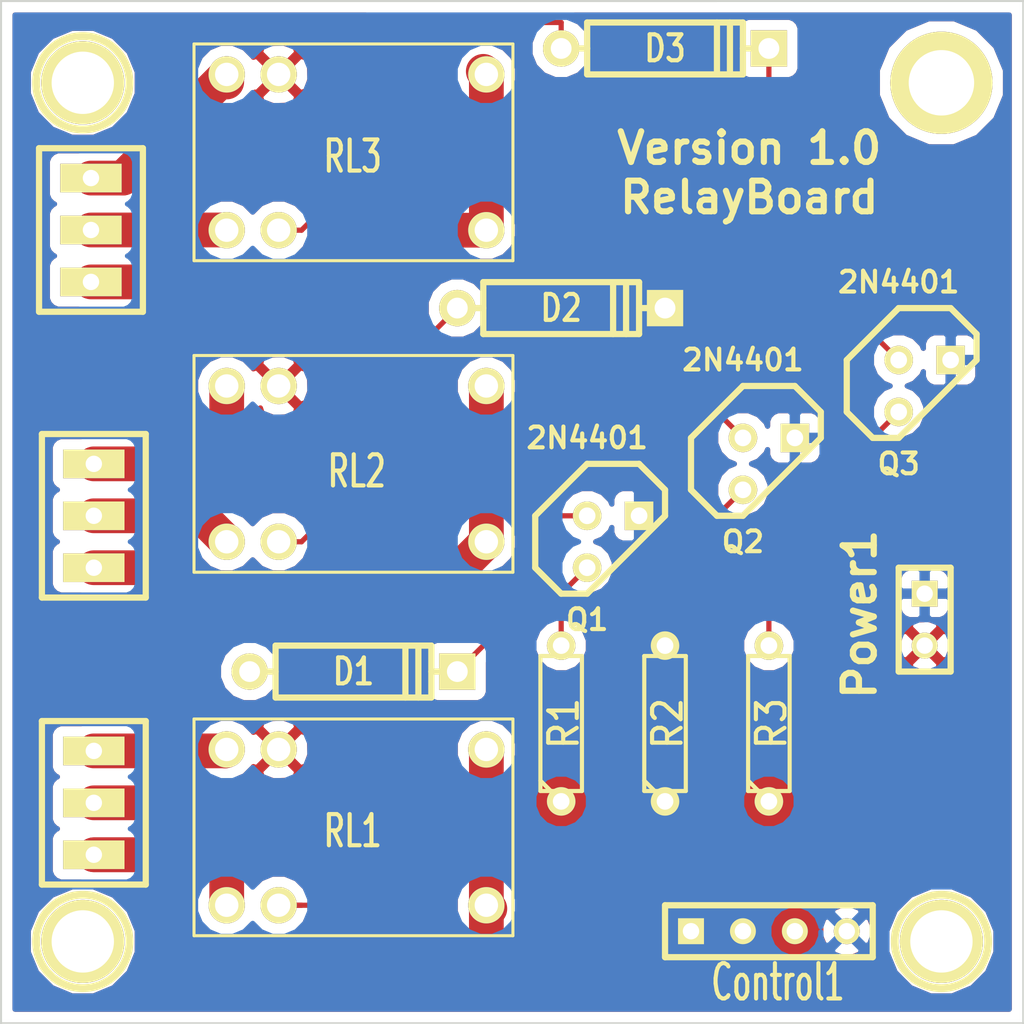
<source format=kicad_pcb>
(kicad_pcb (version 3) (host pcbnew "(2014-01-10 BZR 4027)-stable")

  (general
    (links 31)
    (no_connects 0)
    (area 123.1516 69.9324 175.050001 121.7484)
    (thickness 1.6)
    (drawings 6)
    (tracks 68)
    (zones 0)
    (modules 21)
    (nets 24)
  )

  (page A3)
  (layers
    (15 F.Cu signal)
    (0 B.Cu signal hide)
    (16 B.Adhes user)
    (17 F.Adhes user)
    (18 B.Paste user)
    (19 F.Paste user)
    (20 B.SilkS user)
    (21 F.SilkS user)
    (22 B.Mask user)
    (23 F.Mask user)
    (28 Edge.Cuts user)
  )

  (setup
    (last_trace_width 1.7)
    (trace_clearance 0.254)
    (zone_clearance 0.508)
    (zone_45_only no)
    (trace_min 0.254)
    (segment_width 0.2)
    (edge_width 0.1)
    (via_size 0.889)
    (via_drill 0.635)
    (via_min_size 0.889)
    (via_min_drill 0.508)
    (uvia_size 0.508)
    (uvia_drill 0.127)
    (uvias_allowed no)
    (uvia_min_size 0.508)
    (uvia_min_drill 0.127)
    (pcb_text_width 0.3)
    (pcb_text_size 1.5 1.5)
    (mod_edge_width 0.15)
    (mod_text_size 1 1)
    (mod_text_width 0.15)
    (pad_size 1.4 3)
    (pad_drill 0.8)
    (pad_to_mask_clearance 0)
    (aux_axis_origin 0 0)
    (visible_elements FFFFFFBF)
    (pcbplotparams
      (layerselection 284196865)
      (usegerberextensions true)
      (excludeedgelayer true)
      (linewidth 0.150000)
      (plotframeref false)
      (viasonmask false)
      (mode 1)
      (useauxorigin false)
      (hpglpennumber 1)
      (hpglpenspeed 20)
      (hpglpendiameter 15)
      (hpglpenoverlay 2)
      (psnegative false)
      (psa4output false)
      (plotreference true)
      (plotvalue true)
      (plotothertext true)
      (plotinvisibletext false)
      (padsonsilk false)
      (subtractmaskfromsilk false)
      (outputformat 1)
      (mirror false)
      (drillshape 0)
      (scaleselection 1)
      (outputdirectory ../RelayBoardGerber/))
  )

  (net 0 "")
  (net 1 GND)
  (net 2 N-000001)
  (net 3 N-0000010)
  (net 4 N-0000011)
  (net 5 N-0000014)
  (net 6 N-0000015)
  (net 7 N-0000016)
  (net 8 N-0000017)
  (net 9 N-0000018)
  (net 10 N-0000019)
  (net 11 N-000002)
  (net 12 N-0000020)
  (net 13 N-0000021)
  (net 14 N-0000022)
  (net 15 N-0000023)
  (net 16 N-000003)
  (net 17 N-000004)
  (net 18 N-000005)
  (net 19 N-000006)
  (net 20 N-000007)
  (net 21 N-000008)
  (net 22 N-000009)
  (net 23 VCC)

  (net_class Default "This is the default net class."
    (clearance 0.254)
    (trace_width 1.7)
    (via_dia 0.889)
    (via_drill 0.635)
    (uvia_dia 0.508)
    (uvia_drill 0.127)
    (add_net "")
    (add_net GND)
    (add_net N-000001)
    (add_net N-0000010)
    (add_net N-0000011)
    (add_net N-0000014)
    (add_net N-0000015)
    (add_net N-0000016)
    (add_net N-0000017)
    (add_net N-0000018)
    (add_net N-0000019)
    (add_net N-000002)
    (add_net N-0000020)
    (add_net N-0000021)
    (add_net N-0000022)
    (add_net N-0000023)
    (add_net N-000003)
    (add_net N-000004)
    (add_net N-000005)
    (add_net N-000006)
    (add_net N-000007)
    (add_net N-000008)
    (add_net N-000009)
    (add_net VCC)
  )

  (module D4 (layer F.Cu) (tedit 200000) (tstamp 535E7D9E)
    (at 157.48 72.32)
    (descr "Diode 4 pas")
    (tags "DIODE DEV")
    (path /535E34DD)
    (fp_text reference D3 (at 0 0) (layer F.SilkS)
      (effects (font (size 1.27 1.016) (thickness 0.2032)))
    )
    (fp_text value DIODE (at 0 0) (layer F.SilkS) hide
      (effects (font (size 1.27 1.016) (thickness 0.2032)))
    )
    (fp_line (start -3.81 -1.27) (end 3.81 -1.27) (layer F.SilkS) (width 0.3048))
    (fp_line (start 3.81 -1.27) (end 3.81 1.27) (layer F.SilkS) (width 0.3048))
    (fp_line (start 3.81 1.27) (end -3.81 1.27) (layer F.SilkS) (width 0.3048))
    (fp_line (start -3.81 1.27) (end -3.81 -1.27) (layer F.SilkS) (width 0.3048))
    (fp_line (start 3.175 -1.27) (end 3.175 1.27) (layer F.SilkS) (width 0.3048))
    (fp_line (start 2.54 1.27) (end 2.54 -1.27) (layer F.SilkS) (width 0.3048))
    (fp_line (start -3.81 0) (end -5.08 0) (layer F.SilkS) (width 0.3048))
    (fp_line (start 3.81 0) (end 5.08 0) (layer F.SilkS) (width 0.3048))
    (pad 1 thru_hole circle (at -5.08 0) (size 1.778 1.778) (drill 1.016)
      (layers *.Cu *.Mask F.SilkS)
      (net 12 N-0000020)
    )
    (pad 2 thru_hole rect (at 5.08 0) (size 1.778 1.778) (drill 1.016)
      (layers *.Cu *.Mask F.SilkS)
      (net 3 N-0000010)
    )
    (model discret/diode.wrl
      (at (xyz 0 0 0))
      (scale (xyz 0.4 0.4 0.4))
      (rotate (xyz 0 0 0))
    )
  )

  (module D4 (layer F.Cu) (tedit 200000) (tstamp 535E7D90)
    (at 152.4 85.02)
    (descr "Diode 4 pas")
    (tags "DIODE DEV")
    (path /535E342C)
    (fp_text reference D2 (at 0 0) (layer F.SilkS)
      (effects (font (size 1.27 1.016) (thickness 0.2032)))
    )
    (fp_text value DIODE (at 0 0) (layer F.SilkS) hide
      (effects (font (size 1.27 1.016) (thickness 0.2032)))
    )
    (fp_line (start -3.81 -1.27) (end 3.81 -1.27) (layer F.SilkS) (width 0.3048))
    (fp_line (start 3.81 -1.27) (end 3.81 1.27) (layer F.SilkS) (width 0.3048))
    (fp_line (start 3.81 1.27) (end -3.81 1.27) (layer F.SilkS) (width 0.3048))
    (fp_line (start -3.81 1.27) (end -3.81 -1.27) (layer F.SilkS) (width 0.3048))
    (fp_line (start 3.175 -1.27) (end 3.175 1.27) (layer F.SilkS) (width 0.3048))
    (fp_line (start 2.54 1.27) (end 2.54 -1.27) (layer F.SilkS) (width 0.3048))
    (fp_line (start -3.81 0) (end -5.08 0) (layer F.SilkS) (width 0.3048))
    (fp_line (start 3.81 0) (end 5.08 0) (layer F.SilkS) (width 0.3048))
    (pad 1 thru_hole circle (at -5.08 0) (size 1.778 1.778) (drill 1.016)
      (layers *.Cu *.Mask F.SilkS)
      (net 13 N-0000021)
    )
    (pad 2 thru_hole rect (at 5.08 0) (size 1.778 1.778) (drill 1.016)
      (layers *.Cu *.Mask F.SilkS)
      (net 4 N-0000011)
    )
    (model discret/diode.wrl
      (at (xyz 0 0 0))
      (scale (xyz 0.4 0.4 0.4))
      (rotate (xyz 0 0 0))
    )
  )

  (module D4 (layer F.Cu) (tedit 5367D3A6) (tstamp 535E7D82)
    (at 142.24 102.8)
    (descr "Diode 4 pas")
    (tags "DIODE DEV")
    (path /535E33EA)
    (fp_text reference D1 (at 0 0) (layer F.SilkS)
      (effects (font (size 1.27 1.016) (thickness 0.2032)))
    )
    (fp_text value DIODE (at 0 0) (layer F.SilkS) hide
      (effects (font (size 1.27 1.016) (thickness 0.2032)))
    )
    (fp_line (start -3.81 -1.27) (end 3.81 -1.27) (layer F.SilkS) (width 0.3048))
    (fp_line (start 3.81 -1.27) (end 3.81 1.27) (layer F.SilkS) (width 0.3048))
    (fp_line (start 3.81 1.27) (end -3.81 1.27) (layer F.SilkS) (width 0.3048))
    (fp_line (start -3.81 1.27) (end -3.81 -1.27) (layer F.SilkS) (width 0.3048))
    (fp_line (start 3.175 -1.27) (end 3.175 1.27) (layer F.SilkS) (width 0.3048))
    (fp_line (start 2.54 1.27) (end 2.54 -1.27) (layer F.SilkS) (width 0.3048))
    (fp_line (start -3.81 0) (end -5.08 0) (layer F.SilkS) (width 0.3048))
    (fp_line (start 3.81 0) (end 5.08 0) (layer F.SilkS) (width 0.3048))
    (pad 1 thru_hole circle (at -5.08 0) (size 1.778 1.778) (drill 1.016)
      (layers *.Cu *.Mask F.SilkS)
      (net 14 N-0000022)
    )
    (pad 2 thru_hole rect (at 5.08 0) (size 1.778 1.778) (drill 1.016)
      (layers *.Cu *.Mask F.SilkS)
      (net 5 N-0000014)
    )
    (model discret/diode.wrl
      (at (xyz 0 0 0))
      (scale (xyz 0.4 0.4 0.4))
      (rotate (xyz 0 0 0))
    )
  )

  (module R3 (layer F.Cu) (tedit 5367CF15) (tstamp 5367CF84)
    (at 162.56 105.34 90)
    (descr "Resitance 3 pas")
    (tags R)
    (path /535876CF)
    (autoplace_cost180 10)
    (fp_text reference R3 (at 0 0.127 90) (layer F.SilkS) hide
      (effects (font (size 1.397 1.27) (thickness 0.2032)))
    )
    (fp_text value R3 (at 0 0.127 90) (layer F.SilkS)
      (effects (font (size 1.397 1.27) (thickness 0.2032)))
    )
    (fp_line (start -3.81 0) (end -3.302 0) (layer F.SilkS) (width 0.2032))
    (fp_line (start 3.81 0) (end 3.302 0) (layer F.SilkS) (width 0.2032))
    (fp_line (start 3.302 0) (end 3.302 -1.016) (layer F.SilkS) (width 0.2032))
    (fp_line (start 3.302 -1.016) (end -3.302 -1.016) (layer F.SilkS) (width 0.2032))
    (fp_line (start -3.302 -1.016) (end -3.302 1.016) (layer F.SilkS) (width 0.2032))
    (fp_line (start -3.302 1.016) (end 3.302 1.016) (layer F.SilkS) (width 0.2032))
    (fp_line (start 3.302 1.016) (end 3.302 0) (layer F.SilkS) (width 0.2032))
    (fp_line (start -3.302 -0.508) (end -2.794 -1.016) (layer F.SilkS) (width 0.2032))
    (pad 1 thru_hole circle (at -3.81 0 90) (size 1.397 1.397) (drill 0.8128)
      (layers *.Cu *.Mask F.SilkS)
      (net 7 N-0000016)
    )
    (pad 2 thru_hole circle (at 3.81 0 90) (size 1.397 1.397) (drill 0.8128)
      (layers *.Cu *.Mask F.SilkS)
      (net 6 N-0000015)
    )
    (model discret/resistor.wrl
      (at (xyz 0 0 0))
      (scale (xyz 0.3 0.3 0.3))
      (rotate (xyz 0 0 0))
    )
  )

  (module R3 (layer F.Cu) (tedit 5367CF11) (tstamp 5367CF93)
    (at 157.48 105.34 90)
    (descr "Resitance 3 pas")
    (tags R)
    (path /535876BB)
    (autoplace_cost180 10)
    (fp_text reference R2 (at 0 0.127 90) (layer F.SilkS) hide
      (effects (font (size 1.397 1.27) (thickness 0.2032)))
    )
    (fp_text value R2 (at 0 0.127 90) (layer F.SilkS)
      (effects (font (size 1.397 1.27) (thickness 0.2032)))
    )
    (fp_line (start -3.81 0) (end -3.302 0) (layer F.SilkS) (width 0.2032))
    (fp_line (start 3.81 0) (end 3.302 0) (layer F.SilkS) (width 0.2032))
    (fp_line (start 3.302 0) (end 3.302 -1.016) (layer F.SilkS) (width 0.2032))
    (fp_line (start 3.302 -1.016) (end -3.302 -1.016) (layer F.SilkS) (width 0.2032))
    (fp_line (start -3.302 -1.016) (end -3.302 1.016) (layer F.SilkS) (width 0.2032))
    (fp_line (start -3.302 1.016) (end 3.302 1.016) (layer F.SilkS) (width 0.2032))
    (fp_line (start 3.302 1.016) (end 3.302 0) (layer F.SilkS) (width 0.2032))
    (fp_line (start -3.302 -0.508) (end -2.794 -1.016) (layer F.SilkS) (width 0.2032))
    (pad 1 thru_hole circle (at -3.81 0 90) (size 1.397 1.397) (drill 0.8128)
      (layers *.Cu *.Mask F.SilkS)
      (net 15 N-0000023)
    )
    (pad 2 thru_hole circle (at 3.81 0 90) (size 1.397 1.397) (drill 0.8128)
      (layers *.Cu *.Mask F.SilkS)
      (net 8 N-0000017)
    )
    (model discret/resistor.wrl
      (at (xyz 0 0 0))
      (scale (xyz 0.3 0.3 0.3))
      (rotate (xyz 0 0 0))
    )
  )

  (module R3 (layer F.Cu) (tedit 5367CF0C) (tstamp 5367CFA2)
    (at 152.4 105.34 90)
    (descr "Resitance 3 pas")
    (tags R)
    (path /535875FA)
    (autoplace_cost180 10)
    (fp_text reference R1 (at 0 0.127 90) (layer F.SilkS) hide
      (effects (font (size 1.397 1.27) (thickness 0.2032)))
    )
    (fp_text value R1 (at 0 0.127 90) (layer F.SilkS)
      (effects (font (size 1.397 1.27) (thickness 0.2032)))
    )
    (fp_line (start -3.81 0) (end -3.302 0) (layer F.SilkS) (width 0.2032))
    (fp_line (start 3.81 0) (end 3.302 0) (layer F.SilkS) (width 0.2032))
    (fp_line (start 3.302 0) (end 3.302 -1.016) (layer F.SilkS) (width 0.2032))
    (fp_line (start 3.302 -1.016) (end -3.302 -1.016) (layer F.SilkS) (width 0.2032))
    (fp_line (start -3.302 -1.016) (end -3.302 1.016) (layer F.SilkS) (width 0.2032))
    (fp_line (start -3.302 1.016) (end 3.302 1.016) (layer F.SilkS) (width 0.2032))
    (fp_line (start 3.302 1.016) (end 3.302 0) (layer F.SilkS) (width 0.2032))
    (fp_line (start -3.302 -0.508) (end -2.794 -1.016) (layer F.SilkS) (width 0.2032))
    (pad 1 thru_hole circle (at -3.81 0 90) (size 1.397 1.397) (drill 0.8128)
      (layers *.Cu *.Mask F.SilkS)
      (net 10 N-0000019)
    )
    (pad 2 thru_hole circle (at 3.81 0 90) (size 1.397 1.397) (drill 0.8128)
      (layers *.Cu *.Mask F.SilkS)
      (net 9 N-0000018)
    )
    (model discret/resistor.wrl
      (at (xyz 0 0 0))
      (scale (xyz 0.3 0.3 0.3))
      (rotate (xyz 0 0 0))
    )
  )

  (module TO92 (layer F.Cu) (tedit 443CFFD1) (tstamp 535E7D1D)
    (at 154.94 96.45)
    (descr "Transistor TO92 brochage type BC237")
    (tags "TR TO92")
    (path /53588F26)
    (fp_text reference Q1 (at -1.27 3.81) (layer F.SilkS)
      (effects (font (size 1.016 1.016) (thickness 0.2032)))
    )
    (fp_text value 2N4401 (at -1.27 -5.08) (layer F.SilkS)
      (effects (font (size 1.016 1.016) (thickness 0.2032)))
    )
    (fp_line (start -1.27 2.54) (end 2.54 -1.27) (layer F.SilkS) (width 0.3048))
    (fp_line (start 2.54 -1.27) (end 2.54 -2.54) (layer F.SilkS) (width 0.3048))
    (fp_line (start 2.54 -2.54) (end 1.27 -3.81) (layer F.SilkS) (width 0.3048))
    (fp_line (start 1.27 -3.81) (end -1.27 -3.81) (layer F.SilkS) (width 0.3048))
    (fp_line (start -1.27 -3.81) (end -3.81 -1.27) (layer F.SilkS) (width 0.3048))
    (fp_line (start -3.81 -1.27) (end -3.81 1.27) (layer F.SilkS) (width 0.3048))
    (fp_line (start -3.81 1.27) (end -2.54 2.54) (layer F.SilkS) (width 0.3048))
    (fp_line (start -2.54 2.54) (end -1.27 2.54) (layer F.SilkS) (width 0.3048))
    (pad 1 thru_hole rect (at 1.27 -1.27) (size 1.397 1.397) (drill 0.8128)
      (layers *.Cu *.Mask F.SilkS)
      (net 1 GND)
    )
    (pad 2 thru_hole circle (at -1.27 -1.27) (size 1.397 1.397) (drill 0.8128)
      (layers *.Cu *.Mask F.SilkS)
      (net 5 N-0000014)
    )
    (pad 3 thru_hole circle (at -1.27 1.27) (size 1.397 1.397) (drill 0.8128)
      (layers *.Cu *.Mask F.SilkS)
      (net 9 N-0000018)
    )
    (model discret/to98.wrl
      (at (xyz 0 0 0))
      (scale (xyz 1 1 1))
      (rotate (xyz 0 0 0))
    )
  )

  (module TO92 (layer F.Cu) (tedit 443CFFD1) (tstamp 535E7D0E)
    (at 162.56 92.64)
    (descr "Transistor TO92 brochage type BC237")
    (tags "TR TO92")
    (path /53588F3A)
    (fp_text reference Q2 (at -1.27 3.81) (layer F.SilkS)
      (effects (font (size 1.016 1.016) (thickness 0.2032)))
    )
    (fp_text value 2N4401 (at -1.27 -5.08) (layer F.SilkS)
      (effects (font (size 1.016 1.016) (thickness 0.2032)))
    )
    (fp_line (start -1.27 2.54) (end 2.54 -1.27) (layer F.SilkS) (width 0.3048))
    (fp_line (start 2.54 -1.27) (end 2.54 -2.54) (layer F.SilkS) (width 0.3048))
    (fp_line (start 2.54 -2.54) (end 1.27 -3.81) (layer F.SilkS) (width 0.3048))
    (fp_line (start 1.27 -3.81) (end -1.27 -3.81) (layer F.SilkS) (width 0.3048))
    (fp_line (start -1.27 -3.81) (end -3.81 -1.27) (layer F.SilkS) (width 0.3048))
    (fp_line (start -3.81 -1.27) (end -3.81 1.27) (layer F.SilkS) (width 0.3048))
    (fp_line (start -3.81 1.27) (end -2.54 2.54) (layer F.SilkS) (width 0.3048))
    (fp_line (start -2.54 2.54) (end -1.27 2.54) (layer F.SilkS) (width 0.3048))
    (pad 1 thru_hole rect (at 1.27 -1.27) (size 1.397 1.397) (drill 0.8128)
      (layers *.Cu *.Mask F.SilkS)
      (net 1 GND)
    )
    (pad 2 thru_hole circle (at -1.27 -1.27) (size 1.397 1.397) (drill 0.8128)
      (layers *.Cu *.Mask F.SilkS)
      (net 4 N-0000011)
    )
    (pad 3 thru_hole circle (at -1.27 1.27) (size 1.397 1.397) (drill 0.8128)
      (layers *.Cu *.Mask F.SilkS)
      (net 8 N-0000017)
    )
    (model discret/to98.wrl
      (at (xyz 0 0 0))
      (scale (xyz 1 1 1))
      (rotate (xyz 0 0 0))
    )
  )

  (module TO92 (layer F.Cu) (tedit 443CFFD1) (tstamp 535E8D9F)
    (at 170.18 88.83)
    (descr "Transistor TO92 brochage type BC237")
    (tags "TR TO92")
    (path /53588F4E)
    (fp_text reference Q3 (at -1.27 3.81) (layer F.SilkS)
      (effects (font (size 1.016 1.016) (thickness 0.2032)))
    )
    (fp_text value 2N4401 (at -1.27 -5.08) (layer F.SilkS)
      (effects (font (size 1.016 1.016) (thickness 0.2032)))
    )
    (fp_line (start -1.27 2.54) (end 2.54 -1.27) (layer F.SilkS) (width 0.3048))
    (fp_line (start 2.54 -1.27) (end 2.54 -2.54) (layer F.SilkS) (width 0.3048))
    (fp_line (start 2.54 -2.54) (end 1.27 -3.81) (layer F.SilkS) (width 0.3048))
    (fp_line (start 1.27 -3.81) (end -1.27 -3.81) (layer F.SilkS) (width 0.3048))
    (fp_line (start -1.27 -3.81) (end -3.81 -1.27) (layer F.SilkS) (width 0.3048))
    (fp_line (start -3.81 -1.27) (end -3.81 1.27) (layer F.SilkS) (width 0.3048))
    (fp_line (start -3.81 1.27) (end -2.54 2.54) (layer F.SilkS) (width 0.3048))
    (fp_line (start -2.54 2.54) (end -1.27 2.54) (layer F.SilkS) (width 0.3048))
    (pad 1 thru_hole rect (at 1.27 -1.27) (size 1.397 1.397) (drill 0.8128)
      (layers *.Cu *.Mask F.SilkS)
      (net 1 GND)
    )
    (pad 2 thru_hole circle (at -1.27 -1.27) (size 1.397 1.397) (drill 0.8128)
      (layers *.Cu *.Mask F.SilkS)
      (net 3 N-0000010)
    )
    (pad 3 thru_hole circle (at -1.27 1.27) (size 1.397 1.397) (drill 0.8128)
      (layers *.Cu *.Mask F.SilkS)
      (net 6 N-0000015)
    )
    (model discret/to98.wrl
      (at (xyz 0 0 0))
      (scale (xyz 1 1 1))
      (rotate (xyz 0 0 0))
    )
  )

  (module STDRelay   placed (layer F.Cu) (tedit 5367D348) (tstamp 535E7D65)
    (at 142.24 77.4)
    (descr 12)
    (tags "SWITCH DEV RELAY")
    (path /5355DAAF)
    (fp_text reference RL3 (at -0.04 0.2) (layer F.SilkS)
      (effects (font (size 1.524 1.016) (thickness 0.2032)))
    )
    (fp_text value Relay3 (at 0 -6.35) (layer F.SilkS) hide
      (effects (font (size 1.524 1.016) (thickness 0.2032)))
    )
    (fp_line (start -7.8 5.3) (end 7.8 5.3) (layer F.SilkS) (width 0.15))
    (fp_line (start 7.8 5.3) (end 7.8 -5.3) (layer F.SilkS) (width 0.15))
    (fp_line (start 7.8 -5.3) (end -7.8 -5.3) (layer F.SilkS) (width 0.15))
    (fp_line (start -7.8 -5.3) (end -7.8 5.3) (layer F.SilkS) (width 0.15))
    (pad A1 thru_hole circle (at -3.66 -3.81) (size 1.778 1.778) (drill 1.143)
      (layers *.Cu *.Mask F.SilkS)
      (net 23 VCC)
    )
    (pad A2 thru_hole circle (at -3.66 3.81) (size 1.778 1.778) (drill 1.143)
      (layers *.Cu *.Mask F.SilkS)
      (net 12 N-0000020)
    )
    (pad 14 thru_hole circle (at -6.2 3.81) (size 1.778 1.778) (drill 1.143)
      (layers *.Cu *.Mask F.SilkS)
      (net 17 N-000004)
    )
    (pad 12 thru_hole circle (at -6.2 -3.81) (size 1.778 1.778) (drill 1.143)
      (layers *.Cu *.Mask F.SilkS)
      (net 16 N-000003)
    )
    (pad 11 thru_hole circle (at 6.5 3.81) (size 1.778 1.778) (drill 1.143)
      (layers *.Cu *.Mask F.SilkS)
      (net 18 N-000005)
    )
    (pad 11 thru_hole circle (at 6.5 -3.81) (size 1.778 1.778) (drill 1.143)
      (layers *.Cu *.Mask F.SilkS)
      (net 18 N-000005)
    )
  )

  (module STDRelay   placed (layer F.Cu) (tedit 5367D338) (tstamp 5367C9EB)
    (at 142.24 92.64)
    (descr 12)
    (tags "SWITCH DEV RELAY")
    (path /5355DA9B)
    (fp_text reference RL2 (at 0.16 0.36) (layer F.SilkS)
      (effects (font (size 1.524 1.016) (thickness 0.2032)))
    )
    (fp_text value Relay2 (at -0.127 -5.953) (layer F.SilkS) hide
      (effects (font (size 1.524 1.016) (thickness 0.2032)))
    )
    (fp_line (start -7.8 5.3) (end 7.8 5.3) (layer F.SilkS) (width 0.15))
    (fp_line (start 7.8 5.3) (end 7.8 -5.3) (layer F.SilkS) (width 0.15))
    (fp_line (start 7.8 -5.3) (end -7.8 -5.3) (layer F.SilkS) (width 0.15))
    (fp_line (start -7.8 -5.3) (end -7.8 5.3) (layer F.SilkS) (width 0.15))
    (pad A1 thru_hole circle (at -3.66 -3.81) (size 1.778 1.778) (drill 1.143)
      (layers *.Cu *.Mask F.SilkS)
      (net 23 VCC)
    )
    (pad A2 thru_hole circle (at -3.66 3.81) (size 1.778 1.778) (drill 1.143)
      (layers *.Cu *.Mask F.SilkS)
      (net 13 N-0000021)
    )
    (pad 14 thru_hole circle (at -6.2 3.81) (size 1.778 1.778) (drill 1.143)
      (layers *.Cu *.Mask F.SilkS)
      (net 19 N-000006)
    )
    (pad 12 thru_hole circle (at -6.2 -3.81) (size 1.778 1.778) (drill 1.143)
      (layers *.Cu *.Mask F.SilkS)
      (net 2 N-000001)
    )
    (pad 11 thru_hole circle (at 6.5 3.81) (size 1.778 1.778) (drill 1.143)
      (layers *.Cu *.Mask F.SilkS)
      (net 11 N-000002)
    )
    (pad 11 thru_hole circle (at 6.5 -3.81) (size 1.778 1.778) (drill 1.143)
      (layers *.Cu *.Mask F.SilkS)
      (net 11 N-000002)
    )
  )

  (module STDRelay   placed (layer F.Cu) (tedit 5367D33D) (tstamp 535E7D56)
    (at 142.24 110.42)
    (descr 12)
    (tags "SWITCH DEV RELAY")
    (path /53587302)
    (fp_text reference RL1 (at -0.04 0.18) (layer F.SilkS)
      (effects (font (size 1.524 1.016) (thickness 0.2032)))
    )
    (fp_text value Relay1 (at 0 -6.35) (layer F.SilkS) hide
      (effects (font (size 1.524 1.016) (thickness 0.2032)))
    )
    (fp_line (start -7.8 5.3) (end 7.8 5.3) (layer F.SilkS) (width 0.15))
    (fp_line (start 7.8 5.3) (end 7.8 -5.3) (layer F.SilkS) (width 0.15))
    (fp_line (start 7.8 -5.3) (end -7.8 -5.3) (layer F.SilkS) (width 0.15))
    (fp_line (start -7.8 -5.3) (end -7.8 5.3) (layer F.SilkS) (width 0.15))
    (pad A1 thru_hole circle (at -3.66 -3.81) (size 1.778 1.778) (drill 1.143)
      (layers *.Cu *.Mask F.SilkS)
      (net 23 VCC)
    )
    (pad A2 thru_hole circle (at -3.66 3.81) (size 1.778 1.778) (drill 1.143)
      (layers *.Cu *.Mask F.SilkS)
      (net 14 N-0000022)
    )
    (pad 14 thru_hole circle (at -6.2 3.81) (size 1.778 1.778) (drill 1.143)
      (layers *.Cu *.Mask F.SilkS)
      (net 20 N-000007)
    )
    (pad 12 thru_hole circle (at -6.2 -3.81) (size 1.778 1.778) (drill 1.143)
      (layers *.Cu *.Mask F.SilkS)
      (net 21 N-000008)
    )
    (pad 11 thru_hole circle (at 6.5 3.81) (size 1.778 1.778) (drill 1.143)
      (layers *.Cu *.Mask F.SilkS)
      (net 22 N-000009)
    )
    (pad 11 thru_hole circle (at 6.5 -3.81) (size 1.778 1.778) (drill 1.143)
      (layers *.Cu *.Mask F.SilkS)
      (net 22 N-000009)
    )
  )

  (module 1pin (layer F.Cu) (tedit 536924DF) (tstamp 536943D6)
    (at 171 74)
    (descr "module 1 pin (ou trou mecanique de percage)")
    (tags DEV)
    (path 1pin)
    (fp_text reference 1PIN (at 0 -3.048) (layer F.SilkS) hide
      (effects (font (size 1.016 1.016) (thickness 0.254)))
    )
    (fp_text value P*** (at 0 2.794) (layer F.SilkS) hide
      (effects (font (size 1.016 1.016) (thickness 0.254)))
    )
    (fp_circle (center 0 0) (end 0 -2.286) (layer F.SilkS) (width 0.381))
    (pad 1 thru_hole circle (at 0 0) (size 5 5) (drill 3.2)
      (layers *.Cu *.Mask F.SilkS)
    )
  )

  (module 1pin (layer F.Cu) (tedit 536924EA) (tstamp 536943E4)
    (at 171 116)
    (descr "module 1 pin (ou trou mecanique de percage)")
    (tags DEV)
    (path 1pin)
    (fp_text reference 1PIN (at 0 -3.048) (layer F.SilkS) hide
      (effects (font (size 1.016 1.016) (thickness 0.254)))
    )
    (fp_text value P*** (at 0 2.794) (layer F.SilkS) hide
      (effects (font (size 1.016 1.016) (thickness 0.254)))
    )
    (fp_circle (center 0 0) (end 0 -2.286) (layer F.SilkS) (width 0.381))
    (pad 1 thru_hole circle (at 0 0) (size 4.064 4.064) (drill 3.048)
      (layers *.Cu *.Mask F.SilkS)
    )
  )

  (module 1pin (layer F.Cu) (tedit 536924F4) (tstamp 53694410)
    (at 129 116)
    (descr "module 1 pin (ou trou mecanique de percage)")
    (tags DEV)
    (path 1pin)
    (fp_text reference 1PIN (at 0 -3.048) (layer F.SilkS) hide
      (effects (font (size 1.016 1.016) (thickness 0.254)))
    )
    (fp_text value P*** (at 0 2.794) (layer F.SilkS) hide
      (effects (font (size 1.016 1.016) (thickness 0.254)))
    )
    (fp_circle (center 0 0) (end 0 -2.286) (layer F.SilkS) (width 0.381))
    (pad 1 thru_hole circle (at 0 0) (size 4.064 4.064) (drill 3.048)
      (layers *.Cu *.Mask F.SilkS)
    )
  )

  (module PinHeader3 (layer F.Cu) (tedit 536923B5) (tstamp 5366FDA0)
    (at 129.54 109.22 90)
    (descr "Bornier d'alimentation 3 pins")
    (tags DEV)
    (path /535E3856)
    (fp_text reference K1 (at 0 -5.08 90) (layer F.SilkS) hide
      (effects (font (size 1.524 1.524) (thickness 0.3048)))
    )
    (fp_text value CONN_3 (at 0 5.08 90) (layer F.SilkS) hide
      (effects (font (size 1.524 1.524) (thickness 0.3048)))
    )
    (fp_line (start -4 2.54) (end -4 -2.54) (layer F.SilkS) (width 0.3048))
    (fp_line (start 4 2.54) (end 4 -2.54) (layer F.SilkS) (width 0.3048))
    (fp_line (start -4 2.54) (end 4 2.54) (layer F.SilkS) (width 0.3048))
    (fp_line (start -4 -2.54) (end 4 -2.54) (layer F.SilkS) (width 0.3048))
    (pad 1 thru_hole rect (at -2.54 0 90) (size 1.4 3) (drill 0.8)
      (layers *.Cu *.Mask F.SilkS)
      (net 22 N-000009)
    )
    (pad 2 thru_hole rect (at 0 0 90) (size 1.4 3) (drill 0.8)
      (layers *.Cu *.Mask F.SilkS)
      (net 20 N-000007)
    )
    (pad 3 thru_hole rect (at 2.54 0 90) (size 1.4 3) (drill 0.8)
      (layers *.Cu *.Mask F.SilkS)
      (net 21 N-000008)
    )
    (model Device/bornier_3.wrl
      (at (xyz 0 0 0))
      (scale (xyz 1 1 1))
      (rotate (xyz 0 0 0))
    )
  )

  (module PinHeader3 (layer F.Cu) (tedit 536923B5) (tstamp 5366FD93)
    (at 129.54 95.18 90)
    (descr "Bornier d'alimentation 3 pins")
    (tags DEV)
    (path /535E38EC)
    (fp_text reference K2 (at 0 -5.08 90) (layer F.SilkS) hide
      (effects (font (size 1.524 1.524) (thickness 0.3048)))
    )
    (fp_text value CONN_3 (at 0 5.08 90) (layer F.SilkS) hide
      (effects (font (size 1.524 1.524) (thickness 0.3048)))
    )
    (fp_line (start -4 2.54) (end -4 -2.54) (layer F.SilkS) (width 0.3048))
    (fp_line (start 4 2.54) (end 4 -2.54) (layer F.SilkS) (width 0.3048))
    (fp_line (start -4 2.54) (end 4 2.54) (layer F.SilkS) (width 0.3048))
    (fp_line (start -4 -2.54) (end 4 -2.54) (layer F.SilkS) (width 0.3048))
    (pad 1 thru_hole rect (at -2.54 0 90) (size 1.4 3) (drill 0.8)
      (layers *.Cu *.Mask F.SilkS)
      (net 11 N-000002)
    )
    (pad 2 thru_hole rect (at 0 0 90) (size 1.4 3) (drill 0.8)
      (layers *.Cu *.Mask F.SilkS)
      (net 19 N-000006)
    )
    (pad 3 thru_hole rect (at 2.54 0 90) (size 1.4 3) (drill 0.8)
      (layers *.Cu *.Mask F.SilkS)
      (net 2 N-000001)
    )
    (model Device/bornier_3.wrl
      (at (xyz 0 0 0))
      (scale (xyz 1 1 1))
      (rotate (xyz 0 0 0))
    )
  )

  (module PinHeader3 (layer F.Cu) (tedit 536923B5) (tstamp 535E7DC3)
    (at 129.4 81.2 90)
    (descr "Bornier d'alimentation 3 pins")
    (tags DEV)
    (path /535E38F2)
    (fp_text reference K3 (at 0 -5.08 90) (layer F.SilkS) hide
      (effects (font (size 1.524 1.524) (thickness 0.3048)))
    )
    (fp_text value CONN_3 (at 0 5.08 90) (layer F.SilkS) hide
      (effects (font (size 1.524 1.524) (thickness 0.3048)))
    )
    (fp_line (start -4 2.54) (end -4 -2.54) (layer F.SilkS) (width 0.3048))
    (fp_line (start 4 2.54) (end 4 -2.54) (layer F.SilkS) (width 0.3048))
    (fp_line (start -4 2.54) (end 4 2.54) (layer F.SilkS) (width 0.3048))
    (fp_line (start -4 -2.54) (end 4 -2.54) (layer F.SilkS) (width 0.3048))
    (pad 1 thru_hole rect (at -2.54 0 90) (size 1.4 3) (drill 0.8)
      (layers *.Cu *.Mask F.SilkS)
      (net 18 N-000005)
    )
    (pad 2 thru_hole rect (at 0 0 90) (size 1.4 3) (drill 0.8)
      (layers *.Cu *.Mask F.SilkS)
      (net 17 N-000004)
    )
    (pad 3 thru_hole rect (at 2.54 0 90) (size 1.4 3) (drill 0.8)
      (layers *.Cu *.Mask F.SilkS)
      (net 16 N-000003)
    )
    (model Device/bornier_3.wrl
      (at (xyz 0 0 0))
      (scale (xyz 1 1 1))
      (rotate (xyz 0 0 0))
    )
  )

  (module 1pin (layer F.Cu) (tedit 536924DB) (tstamp 5369452B)
    (at 129 74)
    (descr "module 1 pin (ou trou mecanique de percage)")
    (tags DEV)
    (path 1pin)
    (fp_text reference 1PIN (at 0 -3.048) (layer F.SilkS) hide
      (effects (font (size 1.016 1.016) (thickness 0.254)))
    )
    (fp_text value P*** (at 0 2.794) (layer F.SilkS) hide
      (effects (font (size 1.016 1.016) (thickness 0.254)))
    )
    (fp_circle (center 0 0) (end 0 -2.286) (layer F.SilkS) (width 0.381))
    (pad 1 thru_hole circle (at 0 0) (size 4.064 4.064) (drill 3.048)
      (layers *.Cu *.Mask F.SilkS)
    )
  )

  (module PinHeader4 (layer F.Cu) (tedit 53699F5D) (tstamp 535E7DAB)
    (at 162.56 115.5)
    (descr "Bornier d'alimentation 4 pins")
    (tags DEV)
    (path /5358932A)
    (fp_text reference Control1 (at 0.44 2.5) (layer F.SilkS)
      (effects (font (size 1.732 1.016) (thickness 0.2)))
    )
    (fp_text value CONN_4 (at 0 5.08) (layer F.SilkS) hide
      (effects (font (size 1.524 1.524) (thickness 0.3048)))
    )
    (fp_line (start -5.08 -1.27) (end -5.08 1.27) (layer F.SilkS) (width 0.3048))
    (fp_line (start 5.08 1.27) (end 5.08 -1.27) (layer F.SilkS) (width 0.3048))
    (fp_line (start 5.08 1.27) (end -5.08 1.27) (layer F.SilkS) (width 0.3048))
    (fp_line (start -5.08 -1.27) (end 5.08 -1.27) (layer F.SilkS) (width 0.3048))
    (pad 2 thru_hole circle (at -1.27 0) (size 1.27 1.27) (drill 0.8)
      (layers *.Cu *.Mask F.SilkS)
      (net 15 N-0000023)
    )
    (pad 3 thru_hole circle (at 1.27 0) (size 1.27 1.27) (drill 0.8)
      (layers *.Cu *.Mask F.SilkS)
      (net 7 N-0000016)
    )
    (pad 1 thru_hole rect (at -3.81 0) (size 1.27 1.27) (drill 0.8)
      (layers *.Cu *.Mask F.SilkS)
      (net 10 N-0000019)
    )
    (pad 4 thru_hole circle (at 3.81 0) (size 1.27 1.27) (drill 0.8)
      (layers *.Cu *.Mask F.SilkS)
      (net 1 GND)
    )
    (model Device/bornier_4.wrl
      (at (xyz 0 0 0))
      (scale (xyz 1 1 1))
      (rotate (xyz 0 0 0))
    )
  )

  (module PinHeader2 (layer F.Cu) (tedit 53699F64) (tstamp 535E8E71)
    (at 170.18 100.26 270)
    (descr "Bornier d'alimentation 2 pins")
    (tags DEV)
    (path /53589E2C)
    (fp_text reference Power1 (at -0.26 3.18 270) (layer F.SilkS)
      (effects (font (size 1.524 1.524) (thickness 0.3048)))
    )
    (fp_text value CONN_2 (at 0 5.08 270) (layer F.SilkS) hide
      (effects (font (size 1.524 1.524) (thickness 0.3048)))
    )
    (fp_line (start 2.54 1.27) (end -2.54 1.27) (layer F.SilkS) (width 0.3048))
    (fp_line (start 2.54 1.27) (end 2.54 -1.27) (layer F.SilkS) (width 0.3048))
    (fp_line (start 2.54 -1.27) (end -2.54 -1.27) (layer F.SilkS) (width 0.3048))
    (fp_line (start -2.54 -1.27) (end -2.54 1.27) (layer F.SilkS) (width 0.3048))
    (pad 1 thru_hole rect (at -1.27 0 270) (size 1.27 1.27) (drill 0.8)
      (layers *.Cu *.Mask F.SilkS)
      (net 1 GND)
    )
    (pad 2 thru_hole circle (at 1.27 0 270) (size 1.27 1.27) (drill 0.8)
      (layers *.Cu *.Mask F.SilkS)
      (net 23 VCC)
    )
    (model Device/bornier_2.wrl
      (at (xyz 0 0 0))
      (scale (xyz 1 1 1))
      (rotate (xyz 0 0 0))
    )
  )

  (gr_text "Version 1.0\nRelayBoard" (at 161.6 78.4) (layer F.SilkS)
    (effects (font (size 1.5 1.5) (thickness 0.3)))
  )
  (gr_line (start 125 70) (end 160 70) (angle 90) (layer Edge.Cuts) (width 0.1))
  (gr_line (start 125 120) (end 125 70) (angle 90) (layer Edge.Cuts) (width 0.1))
  (gr_line (start 175 120) (end 125 120) (angle 90) (layer Edge.Cuts) (width 0.1))
  (gr_line (start 175 70) (end 175 120) (angle 90) (layer Edge.Cuts) (width 0.1))
  (gr_line (start 125 70) (end 175 70) (angle 90) (layer Edge.Cuts) (width 0.1))

  (segment (start 129.54 92.64) (end 135.82 92.64) (width 1.7) (layer F.Cu) (net 2))
  (segment (start 136.04 92.42) (end 136.04 88.83) (width 1.7) (layer F.Cu) (net 2) (tstamp 53687336))
  (segment (start 135.82 92.64) (end 136.04 92.42) (width 1.7) (layer F.Cu) (net 2) (tstamp 53687335))
  (segment (start 162.56 72.32) (end 162.56 81.21) (width 0.254) (layer F.Cu) (net 3))
  (segment (start 162.56 81.21) (end 168.91 87.56) (width 0.254) (layer F.Cu) (net 3) (tstamp 5367CACA))
  (segment (start 157.48 85.02) (end 157.48 87.56) (width 0.254) (layer F.Cu) (net 4))
  (segment (start 157.48 87.56) (end 161.29 91.37) (width 0.254) (layer F.Cu) (net 4) (tstamp 5367CAE4))
  (segment (start 153.67 95.18) (end 151.13 95.18) (width 0.254) (layer F.Cu) (net 5))
  (segment (start 151.13 98.99) (end 147.32 102.8) (width 0.254) (layer F.Cu) (net 5) (tstamp 5367CB2C))
  (segment (start 151.13 95.18) (end 151.13 98.99) (width 0.254) (layer F.Cu) (net 5) (tstamp 5367CB1E))
  (segment (start 168.91 90.1) (end 162.56 96.45) (width 0.254) (layer F.Cu) (net 6))
  (segment (start 162.56 96.45) (end 162.56 101.53) (width 0.254) (layer F.Cu) (net 6) (tstamp 5366FC0B))
  (segment (start 162.56 109.15) (end 162.56 114.23) (width 0.254) (layer F.Cu) (net 7))
  (segment (start 162.56 114.23) (end 163.83 115.5) (width 0.254) (layer F.Cu) (net 7) (tstamp 5368709A))
  (segment (start 157.48 101.53) (end 157.48 97.72) (width 0.254) (layer F.Cu) (net 8))
  (segment (start 157.48 97.72) (end 161.29 93.91) (width 0.254) (layer F.Cu) (net 8) (tstamp 5366FC00))
  (segment (start 152.4 101.53) (end 152.4 98.99) (width 0.254) (layer F.Cu) (net 9))
  (segment (start 152.4 98.99) (end 153.67 97.72) (width 0.254) (layer F.Cu) (net 9) (tstamp 5366FBE1))
  (segment (start 152.4 109.15) (end 158.75 115.5) (width 0.254) (layer F.Cu) (net 10))
  (segment (start 144.93 100.26) (end 133.42 100.26) (width 1.7) (layer F.Cu) (net 11))
  (segment (start 148.74 96.45) (end 144.93 100.26) (width 1.7) (layer F.Cu) (net 11) (tstamp 5367CBFC))
  (segment (start 133.28 97.72) (end 129.54 97.72) (width 1.7) (layer F.Cu) (net 11) (tstamp 5368732A))
  (segment (start 133.35 97.79) (end 133.28 97.72) (width 1.7) (layer F.Cu) (net 11) (tstamp 53687328))
  (segment (start 133.35 100.19) (end 133.35 97.79) (width 1.7) (layer F.Cu) (net 11) (tstamp 53687327))
  (segment (start 133.42 100.26) (end 133.35 100.19) (width 1.7) (layer F.Cu) (net 11) (tstamp 53687324))
  (segment (start 148.74 96.45) (end 148.74 88.83) (width 1.7) (layer F.Cu) (net 11) (tstamp 5367CC0A))
  (segment (start 152.4 72.32) (end 152.4 71.05) (width 0.254) (layer F.Cu) (net 12))
  (segment (start 139.7 81.21) (end 138.58 81.21) (width 0.254) (layer F.Cu) (net 12) (tstamp 5367CB14))
  (segment (start 143.51 77.4) (end 139.7 81.21) (width 0.254) (layer F.Cu) (net 12) (tstamp 5367CB13))
  (segment (start 143.51 71.05) (end 143.51 77.4) (width 0.254) (layer F.Cu) (net 12) (tstamp 5367CB0D))
  (segment (start 152.4 71.05) (end 143.51 71.05) (width 0.254) (layer F.Cu) (net 12) (tstamp 5367CB0B))
  (segment (start 147.32 85.02) (end 143.51 88.83) (width 0.254) (layer F.Cu) (net 13))
  (segment (start 139.7 96.45) (end 138.58 96.45) (width 0.254) (layer F.Cu) (net 13) (tstamp 5367CAFF))
  (segment (start 143.51 92.64) (end 139.7 96.45) (width 0.254) (layer F.Cu) (net 13) (tstamp 5367CAF8))
  (segment (start 143.51 88.83) (end 143.51 92.64) (width 0.254) (layer F.Cu) (net 13) (tstamp 5367CAF1))
  (segment (start 137.16 102.8) (end 142.24 102.8) (width 0.254) (layer F.Cu) (net 14))
  (segment (start 142.24 114.23) (end 138.58 114.23) (width 0.254) (layer F.Cu) (net 14) (tstamp 5367CB5B))
  (segment (start 142.24 102.8) (end 142.24 114.23) (width 0.254) (layer F.Cu) (net 14) (tstamp 5367CB59))
  (segment (start 138.58 114.23) (end 139.7 114.23) (width 0.254) (layer F.Cu) (net 14) (tstamp 5367CB5F))
  (segment (start 157.48 109.15) (end 157.48 111.69) (width 0.254) (layer F.Cu) (net 15))
  (segment (start 157.48 111.69) (end 161.29 115.5) (width 0.254) (layer F.Cu) (net 15) (tstamp 53687095))
  (segment (start 129.4 78.66) (end 130.97 78.66) (width 1.7) (layer F.Cu) (net 16))
  (segment (start 130.97 78.66) (end 136.04 73.59) (width 1.7) (layer F.Cu) (net 16) (tstamp 5369459C))
  (segment (start 136.04 73.59) (end 136.04 73.96) (width 1.7) (layer F.Cu) (net 16) (tstamp 5369459D))
  (segment (start 129.4 81.2) (end 136.03 81.2) (width 1.7) (layer F.Cu) (net 17))
  (segment (start 136.03 81.2) (end 136.04 81.21) (width 1.7) (layer F.Cu) (net 17) (tstamp 536945A1))
  (segment (start 129.4 83.74) (end 143.86 83.74) (width 1.7) (layer F.Cu) (net 18))
  (segment (start 146.39 81.21) (end 148.74 81.21) (width 1.7) (layer F.Cu) (net 18) (tstamp 536945A5))
  (segment (start 143.86 83.74) (end 146.39 81.21) (width 1.7) (layer F.Cu) (net 18) (tstamp 536945A4))
  (segment (start 148.74 81.21) (end 148.74 73.59) (width 1.7) (layer F.Cu) (net 18) (tstamp 5367CBC3))
  (segment (start 148.74 73.59) (end 148.59 73.44) (width 1.7) (layer F.Cu) (net 18) (tstamp 5367CBC5))
  (segment (start 129.54 95.18) (end 134.77 95.18) (width 1.7) (layer F.Cu) (net 19))
  (segment (start 134.77 95.18) (end 136.04 96.45) (width 1.7) (layer F.Cu) (net 19) (tstamp 5367CBF3))
  (segment (start 129.54 109.22) (end 135.89 109.22) (width 1.7) (layer F.Cu) (net 20))
  (segment (start 136.04 109.37) (end 136.04 114.23) (width 1.7) (layer F.Cu) (net 20) (tstamp 53694523))
  (segment (start 135.89 109.22) (end 136.04 109.37) (width 1.7) (layer F.Cu) (net 20) (tstamp 53694522))
  (segment (start 129.54 106.68) (end 135.97 106.68) (width 1.7) (layer F.Cu) (net 21))
  (segment (start 135.97 106.68) (end 136.04 106.61) (width 1.7) (layer F.Cu) (net 21) (tstamp 5369451F))
  (segment (start 148.74 114.23) (end 148.74 116.46) (width 1.7) (layer F.Cu) (net 22))
  (segment (start 133.25 116.55) (end 133.25 111.76) (width 1.7) (layer F.Cu) (net 22) (tstamp 536945AE))
  (segment (start 133.2 116.6) (end 133.25 116.55) (width 1.7) (layer F.Cu) (net 22) (tstamp 536945AD))
  (segment (start 148.6 116.6) (end 133.2 116.6) (width 1.7) (layer F.Cu) (net 22) (tstamp 536945AC))
  (segment (start 148.74 116.46) (end 148.6 116.6) (width 1.7) (layer F.Cu) (net 22) (tstamp 536945AB))
  (segment (start 133.25 111.76) (end 129.54 111.76) (width 1.7) (layer F.Cu) (net 22) (tstamp 5369451B))
  (segment (start 133.3 111.81) (end 133.25 111.76) (width 1.7) (layer F.Cu) (net 22) (tstamp 5369451A))
  (segment (start 129.54 111.76) (end 131.445 111.76) (width 1.7) (layer F.Cu) (net 22) (tstamp 5369451C))
  (segment (start 148.74 106.61) (end 148.74 114.23) (width 1.7) (layer F.Cu) (net 22))
  (segment (start 148.74 114.23) (end 148.91 114.4) (width 1.7) (layer F.Cu) (net 22) (tstamp 5367D144))

  (zone (net 23) (net_name VCC) (layer F.Cu) (tstamp 5367CFDD) (hatch edge 0.508)
    (connect_pads (clearance 0.508))
    (min_thickness 0.254)
    (fill (arc_segments 16) (thermal_gap 0.508) (thermal_bridge_width 0.508))
    (polygon
      (pts
        (xy 175 120) (xy 125 120) (xy 125 70) (xy 175 70)
      )
    )
    (filled_polygon
      (pts
        (xy 174.315 119.315) (xy 174.135543 119.315) (xy 174.135543 73.379146) (xy 173.659273 72.226485) (xy 172.778153 71.343826)
        (xy 171.626326 70.865546) (xy 170.379146 70.864457) (xy 169.226485 71.340727) (xy 168.343826 72.221847) (xy 167.865546 73.373674)
        (xy 167.864457 74.620854) (xy 168.340727 75.773515) (xy 169.221847 76.656174) (xy 170.373674 77.134454) (xy 171.620854 77.135543)
        (xy 172.773515 76.659273) (xy 173.656174 75.778153) (xy 174.134454 74.626326) (xy 174.135543 73.379146) (xy 174.135543 119.315)
        (xy 173.667461 119.315) (xy 173.667461 115.471828) (xy 173.26229 114.49124) (xy 172.78361 114.011723) (xy 172.78361 88.132745)
        (xy 172.78361 86.735745) (xy 172.687141 86.502271) (xy 172.508668 86.323487) (xy 172.275364 86.226611) (xy 172.022745 86.22639)
        (xy 170.625745 86.22639) (xy 170.392271 86.322859) (xy 170.213487 86.501332) (xy 170.116611 86.734636) (xy 170.11639 86.987255)
        (xy 170.11639 86.987727) (xy 170.041145 86.80562) (xy 169.666353 86.430174) (xy 169.176413 86.226733) (xy 168.653906 86.226276)
        (xy 163.322 80.89437) (xy 163.322 73.84411) (xy 163.574755 73.84411) (xy 163.808229 73.747641) (xy 163.987013 73.569168)
        (xy 164.083889 73.335864) (xy 164.08411 73.083245) (xy 164.08411 71.305245) (xy 163.987641 71.071771) (xy 163.809168 70.892987)
        (xy 163.575864 70.796111) (xy 163.323245 70.79589) (xy 161.545245 70.79589) (xy 161.311771 70.892359) (xy 161.132987 71.070832)
        (xy 161.036111 71.304136) (xy 161.03589 71.556755) (xy 161.03589 73.334755) (xy 161.132359 73.568229) (xy 161.310832 73.747013)
        (xy 161.544136 73.843889) (xy 161.796755 73.84411) (xy 161.798 73.84411) (xy 161.798 81.21) (xy 161.856004 81.501605)
        (xy 162.021185 81.748815) (xy 167.576723 87.304353) (xy 167.57627 87.824086) (xy 167.778855 88.31438) (xy 168.153647 88.689826)
        (xy 168.491448 88.830093) (xy 168.15562 88.968855) (xy 167.780174 89.343647) (xy 167.576733 89.833587) (xy 167.576276 90.356093)
        (xy 165.16361 92.768759) (xy 165.16361 91.942745) (xy 165.16361 90.545745) (xy 165.067141 90.312271) (xy 164.888668 90.133487)
        (xy 164.655364 90.036611) (xy 164.402745 90.03639) (xy 163.005745 90.03639) (xy 162.772271 90.132859) (xy 162.593487 90.311332)
        (xy 162.496611 90.544636) (xy 162.49639 90.797255) (xy 162.49639 90.797727) (xy 162.421145 90.61562) (xy 162.046353 90.240174)
        (xy 161.556413 90.036733) (xy 161.033907 90.036276) (xy 158.242 87.244369) (xy 158.242 86.54411) (xy 158.494755 86.54411)
        (xy 158.728229 86.447641) (xy 158.907013 86.269168) (xy 159.003889 86.035864) (xy 159.00411 85.783245) (xy 159.00411 84.005245)
        (xy 158.907641 83.771771) (xy 158.729168 83.592987) (xy 158.495864 83.496111) (xy 158.243245 83.49589) (xy 156.465245 83.49589)
        (xy 156.231771 83.592359) (xy 156.052987 83.770832) (xy 155.956111 84.004136) (xy 155.95589 84.256755) (xy 155.95589 86.034755)
        (xy 156.052359 86.268229) (xy 156.230832 86.447013) (xy 156.464136 86.543889) (xy 156.716755 86.54411) (xy 156.718 86.54411)
        (xy 156.718 87.56) (xy 156.776004 87.851605) (xy 156.941185 88.098815) (xy 159.956723 91.114354) (xy 159.95627 91.634086)
        (xy 160.158855 92.12438) (xy 160.533647 92.499826) (xy 160.871448 92.640093) (xy 160.53562 92.778855) (xy 160.160174 93.153647)
        (xy 159.956733 93.643587) (xy 159.956276 94.166092) (xy 157.54361 96.578759) (xy 157.54361 95.752745) (xy 157.54361 94.355745)
        (xy 157.447141 94.122271) (xy 157.268668 93.943487) (xy 157.035364 93.846611) (xy 156.782745 93.84639) (xy 155.385745 93.84639)
        (xy 155.152271 93.942859) (xy 154.973487 94.121332) (xy 154.876611 94.354636) (xy 154.87639 94.607255) (xy 154.87639 94.607727)
        (xy 154.801145 94.42562) (xy 154.426353 94.050174) (xy 153.936413 93.846733) (xy 153.405914 93.84627) (xy 152.91562 94.048855)
        (xy 152.54583 94.418) (xy 151.13 94.418) (xy 150.838395 94.476004) (xy 150.591185 94.641185) (xy 150.426004 94.888395)
        (xy 150.368 95.18) (xy 150.368 98.674369) (xy 147.766479 101.27589) (xy 146.305245 101.27589) (xy 146.071771 101.372359)
        (xy 145.892987 101.550832) (xy 145.796111 101.784136) (xy 145.79589 102.036755) (xy 145.79589 103.814755) (xy 145.892359 104.048229)
        (xy 146.070832 104.227013) (xy 146.304136 104.323889) (xy 146.556755 104.32411) (xy 148.334755 104.32411) (xy 148.568229 104.227641)
        (xy 148.747013 104.049168) (xy 148.843889 103.815864) (xy 148.84411 103.563245) (xy 148.84411 102.35352) (xy 151.638 99.55963)
        (xy 151.638 100.406461) (xy 151.270174 100.773647) (xy 151.066733 101.263587) (xy 151.06627 101.794086) (xy 151.268855 102.28438)
        (xy 151.643647 102.659826) (xy 152.133587 102.863267) (xy 152.664086 102.86373) (xy 153.15438 102.661145) (xy 153.529826 102.286353)
        (xy 153.733267 101.796413) (xy 153.73373 101.265914) (xy 153.531145 100.77562) (xy 153.162 100.40583) (xy 153.162 99.30563)
        (xy 153.414353 99.053276) (xy 153.934086 99.05373) (xy 154.42438 98.851145) (xy 154.799826 98.476353) (xy 155.003267 97.986413)
        (xy 155.00373 97.455914) (xy 154.801145 96.96562) (xy 154.426353 96.590174) (xy 154.088551 96.449906) (xy 154.42438 96.311145)
        (xy 154.799826 95.936353) (xy 154.87639 95.751966) (xy 154.87639 96.004255) (xy 154.972859 96.237729) (xy 155.151332 96.416513)
        (xy 155.384636 96.513389) (xy 155.637255 96.51361) (xy 157.034255 96.51361) (xy 157.267729 96.417141) (xy 157.446513 96.238668)
        (xy 157.543389 96.005364) (xy 157.54361 95.752745) (xy 157.54361 96.578759) (xy 156.941185 97.181185) (xy 156.776004 97.428395)
        (xy 156.718 97.72) (xy 156.718 100.406461) (xy 156.350174 100.773647) (xy 156.146733 101.263587) (xy 156.14627 101.794086)
        (xy 156.348855 102.28438) (xy 156.723647 102.659826) (xy 157.213587 102.863267) (xy 157.744086 102.86373) (xy 158.23438 102.661145)
        (xy 158.609826 102.286353) (xy 158.813267 101.796413) (xy 158.81373 101.265914) (xy 158.611145 100.77562) (xy 158.242 100.40583)
        (xy 158.242 98.03563) (xy 161.034354 95.243276) (xy 161.554086 95.24373) (xy 162.04438 95.041145) (xy 162.419826 94.666353)
        (xy 162.623267 94.176413) (xy 162.62373 93.645914) (xy 162.421145 93.15562) (xy 162.046353 92.780174) (xy 161.708551 92.639906)
        (xy 162.04438 92.501145) (xy 162.419826 92.126353) (xy 162.49639 91.941966) (xy 162.49639 92.194255) (xy 162.592859 92.427729)
        (xy 162.771332 92.606513) (xy 163.004636 92.703389) (xy 163.257255 92.70361) (xy 164.654255 92.70361) (xy 164.887729 92.607141)
        (xy 165.066513 92.428668) (xy 165.163389 92.195364) (xy 165.16361 91.942745) (xy 165.16361 92.768759) (xy 162.021185 95.911185)
        (xy 161.856004 96.158395) (xy 161.798 96.45) (xy 161.798 100.406461) (xy 161.430174 100.773647) (xy 161.226733 101.263587)
        (xy 161.22627 101.794086) (xy 161.428855 102.28438) (xy 161.803647 102.659826) (xy 162.293587 102.863267) (xy 162.824086 102.86373)
        (xy 163.31438 102.661145) (xy 163.689826 102.286353) (xy 163.893267 101.796413) (xy 163.89373 101.265914) (xy 163.691145 100.77562)
        (xy 163.322 100.40583) (xy 163.322 96.76563) (xy 168.654353 91.433276) (xy 169.174086 91.43373) (xy 169.66438 91.231145)
        (xy 170.039826 90.856353) (xy 170.243267 90.366413) (xy 170.24373 89.835914) (xy 170.041145 89.34562) (xy 169.666353 88.970174)
        (xy 169.328551 88.829906) (xy 169.66438 88.691145) (xy 170.039826 88.316353) (xy 170.11639 88.131966) (xy 170.11639 88.384255)
        (xy 170.212859 88.617729) (xy 170.391332 88.796513) (xy 170.624636 88.893389) (xy 170.877255 88.89361) (xy 172.274255 88.89361)
        (xy 172.507729 88.797141) (xy 172.686513 88.618668) (xy 172.783389 88.385364) (xy 172.78361 88.132745) (xy 172.78361 114.011723)
        (xy 172.512706 113.740346) (xy 171.532826 113.333465) (xy 171.462679 113.333403) (xy 171.462679 101.707335) (xy 171.45011 101.494428)
        (xy 171.45011 99.499245) (xy 171.45011 98.229245) (xy 171.353641 97.995771) (xy 171.175168 97.816987) (xy 170.941864 97.720111)
        (xy 170.689245 97.71989) (xy 169.419245 97.71989) (xy 169.185771 97.816359) (xy 169.006987 97.994832) (xy 168.910111 98.228136)
        (xy 168.90989 98.480755) (xy 168.90989 99.750755) (xy 169.006359 99.984229) (xy 169.184832 100.163013) (xy 169.418136 100.259889)
        (xy 169.670755 100.26011) (xy 170.140702 100.26011) (xy 169.852976 100.277096) (xy 169.525304 100.412822) (xy 169.471473 100.641868)
        (xy 170.18 101.350395) (xy 170.888527 100.641868) (xy 170.834696 100.412822) (xy 170.394222 100.26011) (xy 170.940755 100.26011)
        (xy 171.174229 100.163641) (xy 171.353013 99.985168) (xy 171.449889 99.751864) (xy 171.45011 99.499245) (xy 171.45011 101.494428)
        (xy 171.432904 101.202976) (xy 171.297178 100.875304) (xy 171.068132 100.821473) (xy 170.359605 101.53) (xy 171.068132 102.238527)
        (xy 171.297178 102.184696) (xy 171.462679 101.707335) (xy 171.462679 113.333403) (xy 170.888527 113.332902) (xy 170.888527 102.418132)
        (xy 170.18 101.709605) (xy 170.000395 101.88921) (xy 170.000395 101.53) (xy 169.291868 100.821473) (xy 169.062822 100.875304)
        (xy 168.897321 101.352665) (xy 168.927096 101.857024) (xy 169.062822 102.184696) (xy 169.291868 102.238527) (xy 170.000395 101.53)
        (xy 170.000395 101.88921) (xy 169.471473 102.418132) (xy 169.525304 102.647178) (xy 170.002665 102.812679) (xy 170.507024 102.782904)
        (xy 170.834696 102.647178) (xy 170.888527 102.418132) (xy 170.888527 113.332902) (xy 170.471828 113.332539) (xy 169.49124 113.73771)
        (xy 168.740346 114.487294) (xy 168.333465 115.467174) (xy 168.332539 116.528172) (xy 168.73771 117.50876) (xy 169.487294 118.259654)
        (xy 170.467174 118.666535) (xy 171.528172 118.667461) (xy 172.50876 118.26229) (xy 173.259654 117.512706) (xy 173.666535 116.532826)
        (xy 173.667461 115.471828) (xy 173.667461 119.315) (xy 167.640219 119.315) (xy 167.640219 115.24849) (xy 167.447281 114.781543)
        (xy 167.090336 114.423975) (xy 166.623727 114.230222) (xy 166.11849 114.229781) (xy 165.651543 114.422719) (xy 165.293975 114.779664)
        (xy 165.100222 115.246273) (xy 165.100219 115.249709) (xy 165.100219 115.24849) (xy 164.907281 114.781543) (xy 164.550336 114.423975)
        (xy 164.083727 114.230222) (xy 163.637462 114.229832) (xy 163.322 113.914369) (xy 163.322 110.273538) (xy 163.689826 109.906353)
        (xy 163.893267 109.416413) (xy 163.89373 108.885914) (xy 163.691145 108.39562) (xy 163.316353 108.020174) (xy 162.826413 107.816733)
        (xy 162.295914 107.81627) (xy 161.80562 108.018855) (xy 161.430174 108.393647) (xy 161.226733 108.883587) (xy 161.22627 109.414086)
        (xy 161.428855 109.90438) (xy 161.798 110.274169) (xy 161.798 114.23) (xy 161.82094 114.345331) (xy 161.543727 114.230222)
        (xy 161.097463 114.229832) (xy 158.242 111.374369) (xy 158.242 110.273538) (xy 158.609826 109.906353) (xy 158.813267 109.416413)
        (xy 158.81373 108.885914) (xy 158.611145 108.39562) (xy 158.236353 108.020174) (xy 157.746413 107.816733) (xy 157.215914 107.81627)
        (xy 156.72562 108.018855) (xy 156.350174 108.393647) (xy 156.146733 108.883587) (xy 156.14627 109.414086) (xy 156.348855 109.90438)
        (xy 156.718 110.274169) (xy 156.718 111.69) (xy 156.776004 111.981605) (xy 156.941185 112.228815) (xy 158.942259 114.22989)
        (xy 158.55752 114.22989) (xy 153.733276 109.405646) (xy 153.73373 108.885914) (xy 153.531145 108.39562) (xy 153.156353 108.020174)
        (xy 152.666413 107.816733) (xy 152.135914 107.81627) (xy 151.64562 108.018855) (xy 151.270174 108.393647) (xy 151.066733 108.883587)
        (xy 151.06627 109.414086) (xy 151.268855 109.90438) (xy 151.643647 110.279826) (xy 152.133587 110.483267) (xy 152.656093 110.483723)
        (xy 157.47989 115.30752) (xy 157.47989 116.260755) (xy 157.576359 116.494229) (xy 157.754832 116.673013) (xy 157.988136 116.769889)
        (xy 158.240755 116.77011) (xy 159.510755 116.77011) (xy 159.744229 116.673641) (xy 159.923013 116.495168) (xy 160.019889 116.261864)
        (xy 160.02011 116.009245) (xy 160.02011 115.752306) (xy 160.212719 116.218457) (xy 160.569664 116.576025) (xy 161.036273 116.769778)
        (xy 161.54151 116.770219) (xy 162.008457 116.577281) (xy 162.366025 116.220336) (xy 162.559778 115.753727) (xy 162.560167 115.307797)
        (xy 162.560168 115.307798) (xy 162.559781 115.75151) (xy 162.752719 116.218457) (xy 163.109664 116.576025) (xy 163.576273 116.769778)
        (xy 164.08151 116.770219) (xy 164.548457 116.577281) (xy 164.906025 116.220336) (xy 165.099778 115.753727) (xy 165.100219 115.24849)
        (xy 165.100219 115.249709) (xy 165.099781 115.75151) (xy 165.292719 116.218457) (xy 165.649664 116.576025) (xy 166.116273 116.769778)
        (xy 166.62151 116.770219) (xy 167.088457 116.577281) (xy 167.446025 116.220336) (xy 167.639778 115.753727) (xy 167.640219 115.24849)
        (xy 167.640219 119.315) (xy 150.395 119.315) (xy 150.395 114.4) (xy 150.281961 113.831715) (xy 150.225 113.746466)
        (xy 150.225 107.007753) (xy 150.263734 106.914472) (xy 150.264263 106.308188) (xy 150.032737 105.747852) (xy 149.604403 105.31877)
        (xy 149.044472 105.086266) (xy 148.438188 105.085737) (xy 147.877852 105.317263) (xy 147.44877 105.745597) (xy 147.216266 106.305528)
        (xy 147.215737 106.911812) (xy 147.255 107.006835) (xy 147.255 113.832246) (xy 147.216266 113.925528) (xy 147.215737 114.531812)
        (xy 147.255 114.626835) (xy 147.255 115.115) (xy 139.850597 115.115) (xy 139.87123 115.094403) (xy 139.913751 114.992)
        (xy 142.24 114.992) (xy 142.531605 114.933996) (xy 142.778815 114.768815) (xy 142.943996 114.521605) (xy 143.002 114.23)
        (xy 143.002 102.8) (xy 142.943996 102.508395) (xy 142.778815 102.261185) (xy 142.531605 102.096004) (xy 142.24 102.038)
        (xy 138.494117 102.038) (xy 138.452737 101.937852) (xy 138.260221 101.745) (xy 144.929994 101.745) (xy 144.93 101.745001)
        (xy 144.93 101.745) (xy 145.498285 101.631961) (xy 145.980054 101.310054) (xy 149.508799 97.781307) (xy 149.602148 97.742737)
        (xy 150.03123 97.314403) (xy 150.263734 96.754472) (xy 150.264263 96.148188) (xy 150.225 96.053164) (xy 150.225 89.227753)
        (xy 150.263734 89.134472) (xy 150.264263 88.528188) (xy 150.032737 87.967852) (xy 149.604403 87.53877) (xy 149.044472 87.306266)
        (xy 148.438188 87.305737) (xy 147.877852 87.537263) (xy 147.44877 87.965597) (xy 147.216266 88.525528) (xy 147.215737 89.131812)
        (xy 147.255 89.226835) (xy 147.255 95.834892) (xy 144.314892 98.775) (xy 134.835 98.775) (xy 134.835 97.79)
        (xy 134.834999 97.789999) (xy 134.835 97.789999) (xy 134.816245 97.695714) (xy 134.733159 97.278016) (xy 134.747263 97.312148)
        (xy 135.175597 97.74123) (xy 135.735528 97.973734) (xy 136.341812 97.974263) (xy 136.902148 97.742737) (xy 137.310335 97.33526)
        (xy 137.715597 97.74123) (xy 138.275528 97.973734) (xy 138.881812 97.974263) (xy 139.442148 97.742737) (xy 139.87123 97.314403)
        (xy 139.932996 97.165654) (xy 139.932996 97.165653) (xy 139.991604 97.153996) (xy 139.991605 97.153996) (xy 140.238815 96.988815)
        (xy 144.048815 93.178816) (xy 144.048815 93.178815) (xy 144.213996 92.931605) (xy 144.271999 92.64) (xy 144.272 92.64)
        (xy 144.272 89.14563) (xy 146.915451 86.502178) (xy 147.015528 86.543734) (xy 147.621812 86.544263) (xy 148.182148 86.312737)
        (xy 148.61123 85.884403) (xy 148.843734 85.324472) (xy 148.844263 84.718188) (xy 148.612737 84.157852) (xy 148.184403 83.72877)
        (xy 147.624472 83.496266) (xy 147.018188 83.495737) (xy 146.457852 83.727263) (xy 146.02877 84.155597) (xy 145.796266 84.715528)
        (xy 145.795737 85.321812) (xy 145.838079 85.424289) (xy 142.971185 88.291185) (xy 142.806004 88.538395) (xy 142.748 88.83)
        (xy 142.748 92.324369) (xy 140.115514 94.956855) (xy 140.115514 89.068035) (xy 140.089722 88.4623) (xy 139.907539 88.022468)
        (xy 139.652195 87.93741) (xy 139.47259 88.117015) (xy 139.47259 87.757805) (xy 139.387532 87.502461) (xy 138.818035 87.294486)
        (xy 138.2123 87.320278) (xy 137.772468 87.502461) (xy 137.68741 87.757805) (xy 138.58 88.650395) (xy 139.47259 87.757805)
        (xy 139.47259 88.117015) (xy 138.759605 88.83) (xy 139.652195 89.72259) (xy 139.907539 89.637532) (xy 140.115514 89.068035)
        (xy 140.115514 94.956855) (xy 139.678796 95.393573) (xy 139.47259 95.187006) (xy 139.444403 95.15877) (xy 138.884472 94.926266)
        (xy 138.278188 94.925737) (xy 137.717852 95.157263) (xy 137.309664 95.564739) (xy 136.904403 95.15877) (xy 136.809448 95.119341)
        (xy 135.820054 94.129946) (xy 135.812651 94.125) (xy 135.819994 94.125) (xy 135.82 94.125001) (xy 135.82 94.125)
        (xy 136.388285 94.011961) (xy 136.870054 93.690054) (xy 137.09005 93.470056) (xy 137.090053 93.470054) (xy 137.090054 93.470054)
        (xy 137.41196 92.988285) (xy 137.411961 92.988285) (xy 137.506245 92.514285) (xy 137.525 92.420001) (xy 137.524999 92.42)
        (xy 137.525 92.42) (xy 137.525 89.968966) (xy 137.572821 90.016787) (xy 137.68741 89.902197) (xy 137.772468 90.157539)
        (xy 138.341965 90.365514) (xy 138.9477 90.339722) (xy 139.387532 90.157539) (xy 139.47259 89.902195) (xy 138.58 89.009605)
        (xy 138.565857 89.023747) (xy 138.386252 88.844142) (xy 138.400395 88.83) (xy 137.507805 87.93741) (xy 137.342861 87.992354)
        (xy 137.332737 87.967852) (xy 136.904403 87.53877) (xy 136.344472 87.306266) (xy 135.738188 87.305737) (xy 135.177852 87.537263)
        (xy 134.74877 87.965597) (xy 134.516266 88.525528) (xy 134.515737 89.131812) (xy 134.555 89.226835) (xy 134.555 91.155)
        (xy 129.54 91.155) (xy 128.971715 91.268039) (xy 128.916563 91.30489) (xy 127.914245 91.30489) (xy 127.680771 91.401359)
        (xy 127.501987 91.579832) (xy 127.405111 91.813136) (xy 127.40489 92.065755) (xy 127.40489 93.465755) (xy 127.501359 93.699229)
        (xy 127.679832 93.878013) (xy 127.756765 93.909958) (xy 127.680771 93.941359) (xy 127.501987 94.119832) (xy 127.405111 94.353136)
        (xy 127.40489 94.605755) (xy 127.40489 96.005755) (xy 127.501359 96.239229) (xy 127.679832 96.418013) (xy 127.756765 96.449958)
        (xy 127.680771 96.481359) (xy 127.501987 96.659832) (xy 127.405111 96.893136) (xy 127.40489 97.145755) (xy 127.40489 98.545755)
        (xy 127.501359 98.779229) (xy 127.679832 98.958013) (xy 127.913136 99.054889) (xy 128.165755 99.05511) (xy 128.916563 99.05511)
        (xy 128.971715 99.091961) (xy 129.54 99.205) (xy 131.865 99.205) (xy 131.865 100.189994) (xy 131.864999 100.19)
        (xy 131.978039 100.758285) (xy 132.299946 101.240054) (xy 132.369943 101.31005) (xy 132.369946 101.310054) (xy 132.851715 101.631961)
        (xy 133.325714 101.726245) (xy 133.419999 101.745) (xy 133.419999 101.744999) (xy 133.42 101.745) (xy 136.059699 101.745)
        (xy 135.86877 101.935597) (xy 135.636266 102.495528) (xy 135.635737 103.101812) (xy 135.867263 103.662148) (xy 136.295597 104.09123)
        (xy 136.855528 104.323734) (xy 137.461812 104.324263) (xy 138.022148 104.092737) (xy 138.45123 103.664403) (xy 138.493751 103.562)
        (xy 141.478 103.562) (xy 141.478 113.468) (xy 140.115514 113.468) (xy 140.115514 106.848035) (xy 140.089722 106.2423)
        (xy 139.907539 105.802468) (xy 139.652195 105.71741) (xy 139.47259 105.897015) (xy 139.47259 105.537805) (xy 139.387532 105.282461)
        (xy 138.818035 105.074486) (xy 138.2123 105.100278) (xy 137.772468 105.282461) (xy 137.68741 105.537805) (xy 138.58 106.430395)
        (xy 139.47259 105.537805) (xy 139.47259 105.897015) (xy 138.759605 106.61) (xy 139.652195 107.50259) (xy 139.907539 107.417532)
        (xy 140.115514 106.848035) (xy 140.115514 113.468) (xy 139.914117 113.468) (xy 139.872737 113.367852) (xy 139.47259 112.967006)
        (xy 139.47259 107.682195) (xy 138.58 106.789605) (xy 137.68741 107.682195) (xy 137.772468 107.937539) (xy 138.341965 108.145514)
        (xy 138.9477 108.119722) (xy 139.387532 107.937539) (xy 139.47259 107.682195) (xy 139.47259 112.967006) (xy 139.444403 112.93877)
        (xy 138.884472 112.706266) (xy 138.278188 112.705737) (xy 137.717852 112.937263) (xy 137.525 113.129778) (xy 137.525 109.370005)
        (xy 137.525 109.37) (xy 137.525001 109.37) (xy 137.411961 108.801715) (xy 137.090054 108.319946) (xy 136.940054 108.169946)
        (xy 136.678467 107.995159) (xy 136.902148 107.902737) (xy 137.33123 107.474403) (xy 137.342404 107.447493) (xy 137.507805 107.50259)
        (xy 138.400395 106.61) (xy 137.507805 105.71741) (xy 137.342861 105.772354) (xy 137.332737 105.747852) (xy 136.904403 105.31877)
        (xy 136.344472 105.086266) (xy 135.738188 105.085737) (xy 135.473751 105.195) (xy 129.54 105.195) (xy 128.971715 105.308039)
        (xy 128.916563 105.34489) (xy 127.914245 105.34489) (xy 127.680771 105.441359) (xy 127.501987 105.619832) (xy 127.405111 105.853136)
        (xy 127.40489 106.105755) (xy 127.40489 107.505755) (xy 127.501359 107.739229) (xy 127.679832 107.918013) (xy 127.756765 107.949958)
        (xy 127.680771 107.981359) (xy 127.501987 108.159832) (xy 127.405111 108.393136) (xy 127.40489 108.645755) (xy 127.40489 110.045755)
        (xy 127.501359 110.279229) (xy 127.679832 110.458013) (xy 127.756765 110.489958) (xy 127.680771 110.521359) (xy 127.501987 110.699832)
        (xy 127.405111 110.933136) (xy 127.40489 111.185755) (xy 127.40489 112.585755) (xy 127.501359 112.819229) (xy 127.679832 112.998013)
        (xy 127.913136 113.094889) (xy 128.165755 113.09511) (xy 128.916563 113.09511) (xy 128.971715 113.131961) (xy 129.54 113.245)
        (xy 131.445 113.245) (xy 131.765 113.245) (xy 131.765 116.34863) (xy 131.714999 116.6) (xy 131.828039 117.168285)
        (xy 132.149946 117.650054) (xy 132.631715 117.971961) (xy 133.2 118.085001) (xy 133.2 118.085) (xy 133.200005 118.085)
        (xy 148.599994 118.085) (xy 148.6 118.085001) (xy 148.6 118.085) (xy 149.168285 117.971961) (xy 149.650054 117.650054)
        (xy 149.79005 117.510056) (xy 149.790053 117.510054) (xy 149.790054 117.510054) (xy 150.11196 117.028285) (xy 150.111961 117.028285)
        (xy 150.206245 116.554285) (xy 150.225 116.460001) (xy 150.224999 116.46) (xy 150.225 116.46) (xy 150.225 115.053532)
        (xy 150.281961 114.968285) (xy 150.395 114.4) (xy 150.395 119.315) (xy 131.667461 119.315) (xy 131.667461 115.471828)
        (xy 131.26229 114.49124) (xy 130.512706 113.740346) (xy 129.532826 113.333465) (xy 128.471828 113.332539) (xy 127.49124 113.73771)
        (xy 126.740346 114.487294) (xy 126.333465 115.467174) (xy 126.332539 116.528172) (xy 126.73771 117.50876) (xy 127.487294 118.259654)
        (xy 128.467174 118.666535) (xy 129.528172 118.667461) (xy 130.50876 118.26229) (xy 131.259654 117.512706) (xy 131.666535 116.532826)
        (xy 131.667461 115.471828) (xy 131.667461 119.315) (xy 125.685 119.315) (xy 125.685 70.685) (xy 142.855045 70.685)
        (xy 142.806004 70.758395) (xy 142.748 71.05) (xy 142.748 77.084369) (xy 140.115514 79.716855) (xy 140.115514 73.828035)
        (xy 140.089722 73.2223) (xy 139.907539 72.782468) (xy 139.652195 72.69741) (xy 139.47259 72.877015) (xy 139.47259 72.517805)
        (xy 139.387532 72.262461) (xy 138.818035 72.054486) (xy 138.2123 72.080278) (xy 137.772468 72.262461) (xy 137.68741 72.517805)
        (xy 138.58 73.410395) (xy 139.47259 72.517805) (xy 139.47259 72.877015) (xy 138.759605 73.59) (xy 139.652195 74.48259)
        (xy 139.907539 74.397532) (xy 140.115514 73.828035) (xy 140.115514 79.716855) (xy 139.678796 80.153573) (xy 139.47259 79.947006)
        (xy 139.47259 74.662195) (xy 138.58 73.769605) (xy 137.68741 74.662195) (xy 137.772468 74.917539) (xy 138.341965 75.125514)
        (xy 138.9477 75.099722) (xy 139.387532 74.917539) (xy 139.47259 74.662195) (xy 139.47259 79.947006) (xy 139.444403 79.91877)
        (xy 138.884472 79.686266) (xy 138.278188 79.685737) (xy 137.717852 79.917263) (xy 137.309664 80.324739) (xy 136.904403 79.91877)
        (xy 136.344472 79.686266) (xy 135.738188 79.685737) (xy 135.667366 79.715) (xy 132.012651 79.715) (xy 132.020054 79.710054)
        (xy 136.345968 75.384139) (xy 136.608285 75.331961) (xy 137.090054 75.010054) (xy 137.411961 74.528285) (xy 137.426441 74.455486)
        (xy 137.507805 74.48259) (xy 138.400395 73.59) (xy 137.507805 72.69741) (xy 137.342861 72.752354) (xy 137.332737 72.727852)
        (xy 136.904403 72.29877) (xy 136.344472 72.066266) (xy 135.738188 72.065737) (xy 135.177852 72.297263) (xy 134.74877 72.725597)
        (xy 134.709341 72.820551) (xy 131.667461 75.862431) (xy 131.667461 73.471828) (xy 131.26229 72.49124) (xy 130.512706 71.740346)
        (xy 129.532826 71.333465) (xy 128.471828 71.332539) (xy 127.49124 71.73771) (xy 126.740346 72.487294) (xy 126.333465 73.467174)
        (xy 126.332539 74.528172) (xy 126.73771 75.50876) (xy 127.487294 76.259654) (xy 128.467174 76.666535) (xy 129.528172 76.667461)
        (xy 130.50876 76.26229) (xy 131.259654 75.512706) (xy 131.666535 74.532826) (xy 131.667461 73.471828) (xy 131.667461 75.862431)
        (xy 130.354892 77.175) (xy 129.4 77.175) (xy 128.831715 77.288039) (xy 128.776563 77.32489) (xy 127.774245 77.32489)
        (xy 127.540771 77.421359) (xy 127.361987 77.599832) (xy 127.265111 77.833136) (xy 127.26489 78.085755) (xy 127.26489 79.485755)
        (xy 127.361359 79.719229) (xy 127.539832 79.898013) (xy 127.616765 79.929958) (xy 127.540771 79.961359) (xy 127.361987 80.139832)
        (xy 127.265111 80.373136) (xy 127.26489 80.625755) (xy 127.26489 82.025755) (xy 127.361359 82.259229) (xy 127.539832 82.438013)
        (xy 127.616765 82.469958) (xy 127.540771 82.501359) (xy 127.361987 82.679832) (xy 127.265111 82.913136) (xy 127.26489 83.165755)
        (xy 127.26489 84.565755) (xy 127.361359 84.799229) (xy 127.539832 84.978013) (xy 127.773136 85.074889) (xy 128.025755 85.07511)
        (xy 128.776563 85.07511) (xy 128.831715 85.111961) (xy 129.4 85.225) (xy 143.859994 85.225) (xy 143.86 85.225001)
        (xy 143.86 85.225) (xy 144.428285 85.111961) (xy 144.910054 84.790054) (xy 147.005107 82.695) (xy 148.342246 82.695)
        (xy 148.435528 82.733734) (xy 149.041812 82.734263) (xy 149.602148 82.502737) (xy 150.03123 82.074403) (xy 150.263734 81.514472)
        (xy 150.264263 80.908188) (xy 150.225 80.813164) (xy 150.225 73.987753) (xy 150.263734 73.894472) (xy 150.264263 73.288188)
        (xy 150.032737 72.727852) (xy 149.604403 72.29877) (xy 149.338115 72.188197) (xy 149.158285 72.068039) (xy 148.59 71.954999)
        (xy 148.021715 72.068039) (xy 147.539946 72.389946) (xy 147.218039 72.871715) (xy 147.104999 73.44) (xy 147.218039 74.008285)
        (xy 147.255 74.063601) (xy 147.255 79.725) (xy 146.39 79.725) (xy 145.821715 79.838039) (xy 145.339946 80.159946)
        (xy 145.339943 80.159949) (xy 143.244892 82.255) (xy 139.690317 82.255) (xy 139.87123 82.074403) (xy 139.932996 81.925654)
        (xy 139.932996 81.925653) (xy 139.991604 81.913996) (xy 139.991605 81.913996) (xy 140.238815 81.748815) (xy 144.048815 77.938816)
        (xy 144.048815 77.938815) (xy 144.213996 77.691605) (xy 144.271999 77.4) (xy 144.272 77.4) (xy 144.272 71.812)
        (xy 150.960778 71.812) (xy 150.876266 72.015528) (xy 150.875737 72.621812) (xy 151.107263 73.182148) (xy 151.535597 73.61123)
        (xy 152.095528 73.843734) (xy 152.701812 73.844263) (xy 153.262148 73.612737) (xy 153.69123 73.184403) (xy 153.923734 72.624472)
        (xy 153.924263 72.018188) (xy 153.692737 71.457852) (xy 153.264403 71.02877) (xy 153.148177 70.980508) (xy 153.103996 70.758395)
        (xy 153.054954 70.685) (xy 160 70.685) (xy 174.315 70.685) (xy 174.315 119.315)
      )
    )
  )
  (zone (net 1) (net_name GND) (layer B.Cu) (tstamp 5367CFDE) (hatch edge 0.508)
    (connect_pads (clearance 0.508))
    (min_thickness 0.254)
    (fill (arc_segments 16) (thermal_gap 0.508) (thermal_bridge_width 0.508))
    (polygon
      (pts
        (xy 175 120) (xy 125 120) (xy 125 70) (xy 175 70)
      )
    )
    (filled_polygon
      (pts
        (xy 174.315 119.315) (xy 174.135543 119.315) (xy 174.135543 73.379146) (xy 173.659273 72.226485) (xy 172.778153 71.343826)
        (xy 171.626326 70.865546) (xy 170.379146 70.864457) (xy 169.226485 71.340727) (xy 168.343826 72.221847) (xy 167.865546 73.373674)
        (xy 167.864457 74.620854) (xy 168.340727 75.773515) (xy 169.221847 76.656174) (xy 170.373674 77.134454) (xy 171.620854 77.135543)
        (xy 172.773515 76.659273) (xy 173.656174 75.778153) (xy 174.134454 74.626326) (xy 174.135543 73.379146) (xy 174.135543 119.315)
        (xy 173.667461 119.315) (xy 173.667461 115.471828) (xy 173.26229 114.49124) (xy 172.78361 114.011723) (xy 172.78361 88.132745)
        (xy 172.78361 86.987255) (xy 172.783389 86.734636) (xy 172.686513 86.501332) (xy 172.507729 86.322859) (xy 172.274255 86.22639)
        (xy 171.73575 86.2265) (xy 171.577 86.38525) (xy 171.577 87.433) (xy 172.62475 87.433) (xy 172.7835 87.27425)
        (xy 172.78361 86.987255) (xy 172.78361 88.132745) (xy 172.7835 87.84575) (xy 172.62475 87.687) (xy 171.577 87.687)
        (xy 171.577 88.73475) (xy 171.73575 88.8935) (xy 172.274255 88.89361) (xy 172.507729 88.797141) (xy 172.686513 88.618668)
        (xy 172.783389 88.385364) (xy 172.78361 88.132745) (xy 172.78361 114.011723) (xy 172.512706 113.740346) (xy 171.532826 113.333465)
        (xy 171.450219 113.333392) (xy 171.450219 101.27849) (xy 171.45011 101.278226) (xy 171.45011 99.750755) (xy 171.45011 98.229245)
        (xy 171.353641 97.995771) (xy 171.323 97.965076) (xy 171.323 88.73475) (xy 171.323 87.687) (xy 171.303 87.687)
        (xy 171.303 87.433) (xy 171.323 87.433) (xy 171.323 86.38525) (xy 171.16425 86.2265) (xy 170.625745 86.22639)
        (xy 170.392271 86.322859) (xy 170.213487 86.501332) (xy 170.116611 86.734636) (xy 170.11639 86.987255) (xy 170.11639 86.987727)
        (xy 170.041145 86.80562) (xy 169.666353 86.430174) (xy 169.176413 86.226733) (xy 168.645914 86.22627) (xy 168.15562 86.428855)
        (xy 167.780174 86.803647) (xy 167.576733 87.293587) (xy 167.57627 87.824086) (xy 167.778855 88.31438) (xy 168.153647 88.689826)
        (xy 168.491448 88.830093) (xy 168.15562 88.968855) (xy 167.780174 89.343647) (xy 167.576733 89.833587) (xy 167.57627 90.364086)
        (xy 167.778855 90.85438) (xy 168.153647 91.229826) (xy 168.643587 91.433267) (xy 169.174086 91.43373) (xy 169.66438 91.231145)
        (xy 170.039826 90.856353) (xy 170.243267 90.366413) (xy 170.24373 89.835914) (xy 170.041145 89.34562) (xy 169.666353 88.970174)
        (xy 169.328551 88.829906) (xy 169.66438 88.691145) (xy 170.039826 88.316353) (xy 170.11639 88.131965) (xy 170.11639 88.132745)
        (xy 170.116611 88.385364) (xy 170.213487 88.618668) (xy 170.392271 88.797141) (xy 170.625745 88.89361) (xy 171.16425 88.8935)
        (xy 171.323 88.73475) (xy 171.323 97.965076) (xy 171.175168 97.816987) (xy 170.941864 97.720111) (xy 170.689245 97.71989)
        (xy 170.46575 97.72) (xy 170.307 97.87875) (xy 170.307 98.863) (xy 171.29125 98.863) (xy 171.45 98.70425)
        (xy 171.45011 98.229245) (xy 171.45011 99.750755) (xy 171.45 99.27575) (xy 171.29125 99.117) (xy 170.307 99.117)
        (xy 170.307 100.10125) (xy 170.46575 100.26) (xy 170.689245 100.26011) (xy 170.941864 100.259889) (xy 171.175168 100.163013)
        (xy 171.353641 99.984229) (xy 171.45011 99.750755) (xy 171.45011 101.278226) (xy 171.257281 100.811543) (xy 170.900336 100.453975)
        (xy 170.433727 100.260222) (xy 170.053 100.259889) (xy 170.053 100.10125) (xy 170.053 99.117) (xy 170.053 98.863)
        (xy 170.053 97.87875) (xy 169.89425 97.72) (xy 169.670755 97.71989) (xy 169.418136 97.720111) (xy 169.184832 97.816987)
        (xy 169.006359 97.995771) (xy 168.90989 98.229245) (xy 168.91 98.70425) (xy 169.06875 98.863) (xy 170.053 98.863)
        (xy 170.053 99.117) (xy 169.06875 99.117) (xy 168.91 99.27575) (xy 168.90989 99.750755) (xy 169.006359 99.984229)
        (xy 169.184832 100.163013) (xy 169.418136 100.259889) (xy 169.670755 100.26011) (xy 169.89425 100.26) (xy 170.053 100.10125)
        (xy 170.053 100.259889) (xy 169.92849 100.259781) (xy 169.461543 100.452719) (xy 169.103975 100.809664) (xy 168.910222 101.276273)
        (xy 168.909781 101.78151) (xy 169.102719 102.248457) (xy 169.459664 102.606025) (xy 169.926273 102.799778) (xy 170.43151 102.800219)
        (xy 170.898457 102.607281) (xy 171.256025 102.250336) (xy 171.449778 101.783727) (xy 171.450219 101.27849) (xy 171.450219 113.333392)
        (xy 170.471828 113.332539) (xy 169.49124 113.73771) (xy 168.740346 114.487294) (xy 168.333465 115.467174) (xy 168.332539 116.528172)
        (xy 168.73771 117.50876) (xy 169.487294 118.259654) (xy 170.467174 118.666535) (xy 171.528172 118.667461) (xy 172.50876 118.26229)
        (xy 173.259654 117.512706) (xy 173.666535 116.532826) (xy 173.667461 115.471828) (xy 173.667461 119.315) (xy 167.652679 119.315)
        (xy 167.652679 115.677335) (xy 167.622904 115.172976) (xy 167.487178 114.845304) (xy 167.258132 114.791473) (xy 167.078527 114.971078)
        (xy 167.078527 114.611868) (xy 167.024696 114.382822) (xy 166.547335 114.217321) (xy 166.042976 114.247096) (xy 165.715304 114.382822)
        (xy 165.661473 114.611868) (xy 166.37 115.320395) (xy 167.078527 114.611868) (xy 167.078527 114.971078) (xy 166.549605 115.5)
        (xy 167.258132 116.208527) (xy 167.487178 116.154696) (xy 167.652679 115.677335) (xy 167.652679 119.315) (xy 167.078527 119.315)
        (xy 167.078527 116.388132) (xy 166.37 115.679605) (xy 166.190395 115.85921) (xy 166.190395 115.5) (xy 165.481868 114.791473)
        (xy 165.252822 114.845304) (xy 165.16361 115.10262) (xy 165.16361 91.942745) (xy 165.16361 90.797255) (xy 165.163389 90.544636)
        (xy 165.066513 90.311332) (xy 164.887729 90.132859) (xy 164.654255 90.03639) (xy 164.11575 90.0365) (xy 164.08411 90.06814)
        (xy 164.08411 73.083245) (xy 164.08411 71.305245) (xy 163.987641 71.071771) (xy 163.809168 70.892987) (xy 163.575864 70.796111)
        (xy 163.323245 70.79589) (xy 161.545245 70.79589) (xy 161.311771 70.892359) (xy 161.132987 71.070832) (xy 161.036111 71.304136)
        (xy 161.03589 71.556755) (xy 161.03589 73.334755) (xy 161.132359 73.568229) (xy 161.310832 73.747013) (xy 161.544136 73.843889)
        (xy 161.796755 73.84411) (xy 163.574755 73.84411) (xy 163.808229 73.747641) (xy 163.987013 73.569168) (xy 164.083889 73.335864)
        (xy 164.08411 73.083245) (xy 164.08411 90.06814) (xy 163.957 90.19525) (xy 163.957 91.243) (xy 165.00475 91.243)
        (xy 165.1635 91.08425) (xy 165.16361 90.797255) (xy 165.16361 91.942745) (xy 165.1635 91.65575) (xy 165.00475 91.497)
        (xy 163.957 91.497) (xy 163.957 92.54475) (xy 164.11575 92.7035) (xy 164.654255 92.70361) (xy 164.887729 92.607141)
        (xy 165.066513 92.428668) (xy 165.163389 92.195364) (xy 165.16361 91.942745) (xy 165.16361 115.10262) (xy 165.100186 115.285556)
        (xy 165.100219 115.24849) (xy 164.907281 114.781543) (xy 164.550336 114.423975) (xy 164.083727 114.230222) (xy 163.89373 114.230056)
        (xy 163.89373 108.885914) (xy 163.89373 101.265914) (xy 163.703 100.804311) (xy 163.703 92.54475) (xy 163.703 91.497)
        (xy 163.683 91.497) (xy 163.683 91.243) (xy 163.703 91.243) (xy 163.703 90.19525) (xy 163.54425 90.0365)
        (xy 163.005745 90.03639) (xy 162.772271 90.132859) (xy 162.593487 90.311332) (xy 162.496611 90.544636) (xy 162.49639 90.797255)
        (xy 162.49639 90.797727) (xy 162.421145 90.61562) (xy 162.046353 90.240174) (xy 161.556413 90.036733) (xy 161.025914 90.03627)
        (xy 160.53562 90.238855) (xy 160.160174 90.613647) (xy 159.956733 91.103587) (xy 159.95627 91.634086) (xy 160.158855 92.12438)
        (xy 160.533647 92.499826) (xy 160.871448 92.640093) (xy 160.53562 92.778855) (xy 160.160174 93.153647) (xy 159.956733 93.643587)
        (xy 159.95627 94.174086) (xy 160.158855 94.66438) (xy 160.533647 95.039826) (xy 161.023587 95.243267) (xy 161.554086 95.24373)
        (xy 162.04438 95.041145) (xy 162.419826 94.666353) (xy 162.623267 94.176413) (xy 162.62373 93.645914) (xy 162.421145 93.15562)
        (xy 162.046353 92.780174) (xy 161.708551 92.639906) (xy 162.04438 92.501145) (xy 162.419826 92.126353) (xy 162.49639 91.941965)
        (xy 162.49639 91.942745) (xy 162.496611 92.195364) (xy 162.593487 92.428668) (xy 162.772271 92.607141) (xy 163.005745 92.70361)
        (xy 163.54425 92.7035) (xy 163.703 92.54475) (xy 163.703 100.804311) (xy 163.691145 100.77562) (xy 163.316353 100.400174)
        (xy 162.826413 100.196733) (xy 162.295914 100.19627) (xy 161.80562 100.398855) (xy 161.430174 100.773647) (xy 161.226733 101.263587)
        (xy 161.22627 101.794086) (xy 161.428855 102.28438) (xy 161.803647 102.659826) (xy 162.293587 102.863267) (xy 162.824086 102.86373)
        (xy 163.31438 102.661145) (xy 163.689826 102.286353) (xy 163.893267 101.796413) (xy 163.89373 101.265914) (xy 163.89373 108.885914)
        (xy 163.691145 108.39562) (xy 163.316353 108.020174) (xy 162.826413 107.816733) (xy 162.295914 107.81627) (xy 161.80562 108.018855)
        (xy 161.430174 108.393647) (xy 161.226733 108.883587) (xy 161.22627 109.414086) (xy 161.428855 109.90438) (xy 161.803647 110.279826)
        (xy 162.293587 110.483267) (xy 162.824086 110.48373) (xy 163.31438 110.281145) (xy 163.689826 109.906353) (xy 163.893267 109.416413)
        (xy 163.89373 108.885914) (xy 163.89373 114.230056) (xy 163.57849 114.229781) (xy 163.111543 114.422719) (xy 162.753975 114.779664)
        (xy 162.560222 115.246273) (xy 162.560219 115.249709) (xy 162.560219 115.24849) (xy 162.367281 114.781543) (xy 162.010336 114.423975)
        (xy 161.543727 114.230222) (xy 161.03849 114.229781) (xy 160.571543 114.422719) (xy 160.213975 114.779664) (xy 160.020222 115.246273)
        (xy 160.02011 115.374587) (xy 160.02011 114.739245) (xy 159.923641 114.505771) (xy 159.745168 114.326987) (xy 159.511864 114.230111)
        (xy 159.259245 114.22989) (xy 159.00411 114.22989) (xy 159.00411 85.783245) (xy 159.00411 84.005245) (xy 158.907641 83.771771)
        (xy 158.729168 83.592987) (xy 158.495864 83.496111) (xy 158.243245 83.49589) (xy 156.465245 83.49589) (xy 156.231771 83.592359)
        (xy 156.052987 83.770832) (xy 155.956111 84.004136) (xy 155.95589 84.256755) (xy 155.95589 86.034755) (xy 156.052359 86.268229)
        (xy 156.230832 86.447013) (xy 156.464136 86.543889) (xy 156.716755 86.54411) (xy 158.494755 86.54411) (xy 158.728229 86.447641)
        (xy 158.907013 86.269168) (xy 159.003889 86.035864) (xy 159.00411 85.783245) (xy 159.00411 114.22989) (xy 158.81373 114.22989)
        (xy 158.81373 108.885914) (xy 158.81373 101.265914) (xy 158.611145 100.77562) (xy 158.236353 100.400174) (xy 157.746413 100.196733)
        (xy 157.54361 100.196556) (xy 157.54361 95.752745) (xy 157.54361 94.607255) (xy 157.543389 94.354636) (xy 157.446513 94.121332)
        (xy 157.267729 93.942859) (xy 157.034255 93.84639) (xy 156.49575 93.8465) (xy 156.337 94.00525) (xy 156.337 95.053)
        (xy 157.38475 95.053) (xy 157.5435 94.89425) (xy 157.54361 94.607255) (xy 157.54361 95.752745) (xy 157.5435 95.46575)
        (xy 157.38475 95.307) (xy 156.337 95.307) (xy 156.337 96.35475) (xy 156.49575 96.5135) (xy 157.034255 96.51361)
        (xy 157.267729 96.417141) (xy 157.446513 96.238668) (xy 157.543389 96.005364) (xy 157.54361 95.752745) (xy 157.54361 100.196556)
        (xy 157.215914 100.19627) (xy 156.72562 100.398855) (xy 156.350174 100.773647) (xy 156.146733 101.263587) (xy 156.14627 101.794086)
        (xy 156.348855 102.28438) (xy 156.723647 102.659826) (xy 157.213587 102.863267) (xy 157.744086 102.86373) (xy 158.23438 102.661145)
        (xy 158.609826 102.286353) (xy 158.813267 101.796413) (xy 158.81373 101.265914) (xy 158.81373 108.885914) (xy 158.611145 108.39562)
        (xy 158.236353 108.020174) (xy 157.746413 107.816733) (xy 157.215914 107.81627) (xy 156.72562 108.018855) (xy 156.350174 108.393647)
        (xy 156.146733 108.883587) (xy 156.14627 109.414086) (xy 156.348855 109.90438) (xy 156.723647 110.279826) (xy 157.213587 110.483267)
        (xy 157.744086 110.48373) (xy 158.23438 110.281145) (xy 158.609826 109.906353) (xy 158.813267 109.416413) (xy 158.81373 108.885914)
        (xy 158.81373 114.22989) (xy 157.989245 114.22989) (xy 157.755771 114.326359) (xy 157.576987 114.504832) (xy 157.480111 114.738136)
        (xy 157.47989 114.990755) (xy 157.47989 116.260755) (xy 157.576359 116.494229) (xy 157.754832 116.673013) (xy 157.988136 116.769889)
        (xy 158.240755 116.77011) (xy 159.510755 116.77011) (xy 159.744229 116.673641) (xy 159.923013 116.495168) (xy 160.019889 116.261864)
        (xy 160.02011 116.009245) (xy 160.02011 115.752306) (xy 160.212719 116.218457) (xy 160.569664 116.576025) (xy 161.036273 116.769778)
        (xy 161.54151 116.770219) (xy 162.008457 116.577281) (xy 162.366025 116.220336) (xy 162.559778 115.753727) (xy 162.560219 115.24849)
        (xy 162.560219 115.249709) (xy 162.559781 115.75151) (xy 162.752719 116.218457) (xy 163.109664 116.576025) (xy 163.576273 116.769778)
        (xy 164.08151 116.770219) (xy 164.548457 116.577281) (xy 164.906025 116.220336) (xy 165.099778 115.753727) (xy 165.099967 115.53688)
        (xy 165.117096 115.827024) (xy 165.252822 116.154696) (xy 165.481868 116.208527) (xy 166.190395 115.5) (xy 166.190395 115.85921)
        (xy 165.661473 116.388132) (xy 165.715304 116.617178) (xy 166.192665 116.782679) (xy 166.697024 116.752904) (xy 167.024696 116.617178)
        (xy 167.078527 116.388132) (xy 167.078527 119.315) (xy 156.083 119.315) (xy 156.083 96.35475) (xy 156.083 95.307)
        (xy 156.063 95.307) (xy 156.063 95.053) (xy 156.083 95.053) (xy 156.083 94.00525) (xy 155.92425 93.8465)
        (xy 155.385745 93.84639) (xy 155.152271 93.942859) (xy 154.973487 94.121332) (xy 154.876611 94.354636) (xy 154.87639 94.607255)
        (xy 154.87639 94.607727) (xy 154.801145 94.42562) (xy 154.426353 94.050174) (xy 153.936413 93.846733) (xy 153.924263 93.846722)
        (xy 153.924263 72.018188) (xy 153.692737 71.457852) (xy 153.264403 71.02877) (xy 152.704472 70.796266) (xy 152.098188 70.795737)
        (xy 151.537852 71.027263) (xy 151.10877 71.455597) (xy 150.876266 72.015528) (xy 150.875737 72.621812) (xy 151.107263 73.182148)
        (xy 151.535597 73.61123) (xy 152.095528 73.843734) (xy 152.701812 73.844263) (xy 153.262148 73.612737) (xy 153.69123 73.184403)
        (xy 153.923734 72.624472) (xy 153.924263 72.018188) (xy 153.924263 93.846722) (xy 153.405914 93.84627) (xy 152.91562 94.048855)
        (xy 152.540174 94.423647) (xy 152.336733 94.913587) (xy 152.33627 95.444086) (xy 152.538855 95.93438) (xy 152.913647 96.309826)
        (xy 153.251448 96.450093) (xy 152.91562 96.588855) (xy 152.540174 96.963647) (xy 152.336733 97.453587) (xy 152.33627 97.984086)
        (xy 152.538855 98.47438) (xy 152.913647 98.849826) (xy 153.403587 99.053267) (xy 153.934086 99.05373) (xy 154.42438 98.851145)
        (xy 154.799826 98.476353) (xy 155.003267 97.986413) (xy 155.00373 97.455914) (xy 154.801145 96.96562) (xy 154.426353 96.590174)
        (xy 154.088551 96.449906) (xy 154.42438 96.311145) (xy 154.799826 95.936353) (xy 154.87639 95.751965) (xy 154.87639 95.752745)
        (xy 154.876611 96.005364) (xy 154.973487 96.238668) (xy 155.152271 96.417141) (xy 155.385745 96.51361) (xy 155.92425 96.5135)
        (xy 156.083 96.35475) (xy 156.083 119.315) (xy 153.73373 119.315) (xy 153.73373 108.885914) (xy 153.73373 101.265914)
        (xy 153.531145 100.77562) (xy 153.156353 100.400174) (xy 152.666413 100.196733) (xy 152.135914 100.19627) (xy 151.64562 100.398855)
        (xy 151.270174 100.773647) (xy 151.066733 101.263587) (xy 151.06627 101.794086) (xy 151.268855 102.28438) (xy 151.643647 102.659826)
        (xy 152.133587 102.863267) (xy 152.664086 102.86373) (xy 153.15438 102.661145) (xy 153.529826 102.286353) (xy 153.733267 101.796413)
        (xy 153.73373 101.265914) (xy 153.73373 108.885914) (xy 153.531145 108.39562) (xy 153.156353 108.020174) (xy 152.666413 107.816733)
        (xy 152.135914 107.81627) (xy 151.64562 108.018855) (xy 151.270174 108.393647) (xy 151.066733 108.883587) (xy 151.06627 109.414086)
        (xy 151.268855 109.90438) (xy 151.643647 110.279826) (xy 152.133587 110.483267) (xy 152.664086 110.48373) (xy 153.15438 110.281145)
        (xy 153.529826 109.906353) (xy 153.733267 109.416413) (xy 153.73373 108.885914) (xy 153.73373 119.315) (xy 150.264263 119.315)
        (xy 150.264263 113.928188) (xy 150.264263 106.308188) (xy 150.264263 96.148188) (xy 150.264263 88.528188) (xy 150.264263 80.908188)
        (xy 150.264263 73.288188) (xy 150.032737 72.727852) (xy 149.604403 72.29877) (xy 149.044472 72.066266) (xy 148.438188 72.065737)
        (xy 147.877852 72.297263) (xy 147.44877 72.725597) (xy 147.216266 73.285528) (xy 147.215737 73.891812) (xy 147.447263 74.452148)
        (xy 147.875597 74.88123) (xy 148.435528 75.113734) (xy 149.041812 75.114263) (xy 149.602148 74.882737) (xy 150.03123 74.454403)
        (xy 150.263734 73.894472) (xy 150.264263 73.288188) (xy 150.264263 80.908188) (xy 150.032737 80.347852) (xy 149.604403 79.91877)
        (xy 149.044472 79.686266) (xy 148.438188 79.685737) (xy 147.877852 79.917263) (xy 147.44877 80.345597) (xy 147.216266 80.905528)
        (xy 147.215737 81.511812) (xy 147.447263 82.072148) (xy 147.875597 82.50123) (xy 148.435528 82.733734) (xy 149.041812 82.734263)
        (xy 149.602148 82.502737) (xy 150.03123 82.074403) (xy 150.263734 81.514472) (xy 150.264263 80.908188) (xy 150.264263 88.528188)
        (xy 150.032737 87.967852) (xy 149.604403 87.53877) (xy 149.044472 87.306266) (xy 148.844263 87.306091) (xy 148.844263 84.718188)
        (xy 148.612737 84.157852) (xy 148.184403 83.72877) (xy 147.624472 83.496266) (xy 147.018188 83.495737) (xy 146.457852 83.727263)
        (xy 146.02877 84.155597) (xy 145.796266 84.715528) (xy 145.795737 85.321812) (xy 146.027263 85.882148) (xy 146.455597 86.31123)
        (xy 147.015528 86.543734) (xy 147.621812 86.544263) (xy 148.182148 86.312737) (xy 148.61123 85.884403) (xy 148.843734 85.324472)
        (xy 148.844263 84.718188) (xy 148.844263 87.306091) (xy 148.438188 87.305737) (xy 147.877852 87.537263) (xy 147.44877 87.965597)
        (xy 147.216266 88.525528) (xy 147.215737 89.131812) (xy 147.447263 89.692148) (xy 147.875597 90.12123) (xy 148.435528 90.353734)
        (xy 149.041812 90.354263) (xy 149.602148 90.122737) (xy 150.03123 89.694403) (xy 150.263734 89.134472) (xy 150.264263 88.528188)
        (xy 150.264263 96.148188) (xy 150.032737 95.587852) (xy 149.604403 95.15877) (xy 149.044472 94.926266) (xy 148.438188 94.925737)
        (xy 147.877852 95.157263) (xy 147.44877 95.585597) (xy 147.216266 96.145528) (xy 147.215737 96.751812) (xy 147.447263 97.312148)
        (xy 147.875597 97.74123) (xy 148.435528 97.973734) (xy 149.041812 97.974263) (xy 149.602148 97.742737) (xy 150.03123 97.314403)
        (xy 150.263734 96.754472) (xy 150.264263 96.148188) (xy 150.264263 106.308188) (xy 150.032737 105.747852) (xy 149.604403 105.31877)
        (xy 149.044472 105.086266) (xy 148.84411 105.086091) (xy 148.84411 103.563245) (xy 148.84411 101.785245) (xy 148.747641 101.551771)
        (xy 148.569168 101.372987) (xy 148.335864 101.276111) (xy 148.083245 101.27589) (xy 146.305245 101.27589) (xy 146.071771 101.372359)
        (xy 145.892987 101.550832) (xy 145.796111 101.784136) (xy 145.79589 102.036755) (xy 145.79589 103.814755) (xy 145.892359 104.048229)
        (xy 146.070832 104.227013) (xy 146.304136 104.323889) (xy 146.556755 104.32411) (xy 148.334755 104.32411) (xy 148.568229 104.227641)
        (xy 148.747013 104.049168) (xy 148.843889 103.815864) (xy 148.84411 103.563245) (xy 148.84411 105.086091) (xy 148.438188 105.085737)
        (xy 147.877852 105.317263) (xy 147.44877 105.745597) (xy 147.216266 106.305528) (xy 147.215737 106.911812) (xy 147.447263 107.472148)
        (xy 147.875597 107.90123) (xy 148.435528 108.133734) (xy 149.041812 108.134263) (xy 149.602148 107.902737) (xy 150.03123 107.474403)
        (xy 150.263734 106.914472) (xy 150.264263 106.308188) (xy 150.264263 113.928188) (xy 150.032737 113.367852) (xy 149.604403 112.93877)
        (xy 149.044472 112.706266) (xy 148.438188 112.705737) (xy 147.877852 112.937263) (xy 147.44877 113.365597) (xy 147.216266 113.925528)
        (xy 147.215737 114.531812) (xy 147.447263 115.092148) (xy 147.875597 115.52123) (xy 148.435528 115.753734) (xy 149.041812 115.754263)
        (xy 149.602148 115.522737) (xy 150.03123 115.094403) (xy 150.263734 114.534472) (xy 150.264263 113.928188) (xy 150.264263 119.315)
        (xy 140.104263 119.315) (xy 140.104263 113.928188) (xy 140.104263 106.308188) (xy 140.104263 96.148188) (xy 140.104263 88.528188)
        (xy 140.104263 80.908188) (xy 140.104263 73.288188) (xy 139.872737 72.727852) (xy 139.444403 72.29877) (xy 138.884472 72.066266)
        (xy 138.278188 72.065737) (xy 137.717852 72.297263) (xy 137.309664 72.704739) (xy 136.904403 72.29877) (xy 136.344472 72.066266)
        (xy 135.738188 72.065737) (xy 135.177852 72.297263) (xy 134.74877 72.725597) (xy 134.516266 73.285528) (xy 134.515737 73.891812)
        (xy 134.747263 74.452148) (xy 135.175597 74.88123) (xy 135.735528 75.113734) (xy 136.341812 75.114263) (xy 136.902148 74.882737)
        (xy 137.310335 74.47526) (xy 137.715597 74.88123) (xy 138.275528 75.113734) (xy 138.881812 75.114263) (xy 139.442148 74.882737)
        (xy 139.87123 74.454403) (xy 140.103734 73.894472) (xy 140.104263 73.288188) (xy 140.104263 80.908188) (xy 139.872737 80.347852)
        (xy 139.444403 79.91877) (xy 138.884472 79.686266) (xy 138.278188 79.685737) (xy 137.717852 79.917263) (xy 137.309664 80.324739)
        (xy 136.904403 79.91877) (xy 136.344472 79.686266) (xy 135.738188 79.685737) (xy 135.177852 79.917263) (xy 134.74877 80.345597)
        (xy 134.516266 80.905528) (xy 134.515737 81.511812) (xy 134.747263 82.072148) (xy 135.175597 82.50123) (xy 135.735528 82.733734)
        (xy 136.341812 82.734263) (xy 136.902148 82.502737) (xy 137.310335 82.09526) (xy 137.715597 82.50123) (xy 138.275528 82.733734)
        (xy 138.881812 82.734263) (xy 139.442148 82.502737) (xy 139.87123 82.074403) (xy 140.103734 81.514472) (xy 140.104263 80.908188)
        (xy 140.104263 88.528188) (xy 139.872737 87.967852) (xy 139.444403 87.53877) (xy 138.884472 87.306266) (xy 138.278188 87.305737)
        (xy 137.717852 87.537263) (xy 137.309664 87.944739) (xy 136.904403 87.53877) (xy 136.344472 87.306266) (xy 135.738188 87.305737)
        (xy 135.177852 87.537263) (xy 134.74877 87.965597) (xy 134.516266 88.525528) (xy 134.515737 89.131812) (xy 134.747263 89.692148)
        (xy 135.175597 90.12123) (xy 135.735528 90.353734) (xy 136.341812 90.354263) (xy 136.902148 90.122737) (xy 137.310335 89.71526)
        (xy 137.715597 90.12123) (xy 138.275528 90.353734) (xy 138.881812 90.354263) (xy 139.442148 90.122737) (xy 139.87123 89.694403)
        (xy 140.103734 89.134472) (xy 140.104263 88.528188) (xy 140.104263 96.148188) (xy 139.872737 95.587852) (xy 139.444403 95.15877)
        (xy 138.884472 94.926266) (xy 138.278188 94.925737) (xy 137.717852 95.157263) (xy 137.309664 95.564739) (xy 136.904403 95.15877)
        (xy 136.344472 94.926266) (xy 135.738188 94.925737) (xy 135.177852 95.157263) (xy 134.74877 95.585597) (xy 134.516266 96.145528)
        (xy 134.515737 96.751812) (xy 134.747263 97.312148) (xy 135.175597 97.74123) (xy 135.735528 97.973734) (xy 136.341812 97.974263)
        (xy 136.902148 97.742737) (xy 137.310335 97.33526) (xy 137.715597 97.74123) (xy 138.275528 97.973734) (xy 138.881812 97.974263)
        (xy 139.442148 97.742737) (xy 139.87123 97.314403) (xy 140.103734 96.754472) (xy 140.104263 96.148188) (xy 140.104263 106.308188)
        (xy 139.872737 105.747852) (xy 139.444403 105.31877) (xy 138.884472 105.086266) (xy 138.684263 105.086091) (xy 138.684263 102.498188)
        (xy 138.452737 101.937852) (xy 138.024403 101.50877) (xy 137.464472 101.276266) (xy 136.858188 101.275737) (xy 136.297852 101.507263)
        (xy 135.86877 101.935597) (xy 135.636266 102.495528) (xy 135.635737 103.101812) (xy 135.867263 103.662148) (xy 136.295597 104.09123)
        (xy 136.855528 104.323734) (xy 137.461812 104.324263) (xy 138.022148 104.092737) (xy 138.45123 103.664403) (xy 138.683734 103.104472)
        (xy 138.684263 102.498188) (xy 138.684263 105.086091) (xy 138.278188 105.085737) (xy 137.717852 105.317263) (xy 137.309664 105.724739)
        (xy 136.904403 105.31877) (xy 136.344472 105.086266) (xy 135.738188 105.085737) (xy 135.177852 105.317263) (xy 134.74877 105.745597)
        (xy 134.516266 106.305528) (xy 134.515737 106.911812) (xy 134.747263 107.472148) (xy 135.175597 107.90123) (xy 135.735528 108.133734)
        (xy 136.341812 108.134263) (xy 136.902148 107.902737) (xy 137.310335 107.49526) (xy 137.715597 107.90123) (xy 138.275528 108.133734)
        (xy 138.881812 108.134263) (xy 139.442148 107.902737) (xy 139.87123 107.474403) (xy 140.103734 106.914472) (xy 140.104263 106.308188)
        (xy 140.104263 113.928188) (xy 139.872737 113.367852) (xy 139.444403 112.93877) (xy 138.884472 112.706266) (xy 138.278188 112.705737)
        (xy 137.717852 112.937263) (xy 137.309664 113.344739) (xy 136.904403 112.93877) (xy 136.344472 112.706266) (xy 135.738188 112.705737)
        (xy 135.177852 112.937263) (xy 134.74877 113.365597) (xy 134.516266 113.925528) (xy 134.515737 114.531812) (xy 134.747263 115.092148)
        (xy 135.175597 115.52123) (xy 135.735528 115.753734) (xy 136.341812 115.754263) (xy 136.902148 115.522737) (xy 137.310335 115.11526)
        (xy 137.715597 115.52123) (xy 138.275528 115.753734) (xy 138.881812 115.754263) (xy 139.442148 115.522737) (xy 139.87123 115.094403)
        (xy 140.103734 114.534472) (xy 140.104263 113.928188) (xy 140.104263 119.315) (xy 131.67511 119.315) (xy 131.67511 112.334245)
        (xy 131.67511 110.934245) (xy 131.578641 110.700771) (xy 131.400168 110.521987) (xy 131.323234 110.490041) (xy 131.399229 110.458641)
        (xy 131.578013 110.280168) (xy 131.674889 110.046864) (xy 131.67511 109.794245) (xy 131.67511 108.394245) (xy 131.578641 108.160771)
        (xy 131.400168 107.981987) (xy 131.323234 107.950041) (xy 131.399229 107.918641) (xy 131.578013 107.740168) (xy 131.674889 107.506864)
        (xy 131.67511 107.254245) (xy 131.67511 105.854245) (xy 131.67511 98.294245) (xy 131.67511 96.894245) (xy 131.578641 96.660771)
        (xy 131.400168 96.481987) (xy 131.323234 96.450041) (xy 131.399229 96.418641) (xy 131.578013 96.240168) (xy 131.674889 96.006864)
        (xy 131.67511 95.754245) (xy 131.67511 94.354245) (xy 131.578641 94.120771) (xy 131.400168 93.941987) (xy 131.323234 93.910041)
        (xy 131.399229 93.878641) (xy 131.578013 93.700168) (xy 131.674889 93.466864) (xy 131.67511 93.214245) (xy 131.67511 91.814245)
        (xy 131.667461 91.795732) (xy 131.667461 73.471828) (xy 131.26229 72.49124) (xy 130.512706 71.740346) (xy 129.532826 71.333465)
        (xy 128.471828 71.332539) (xy 127.49124 71.73771) (xy 126.740346 72.487294) (xy 126.333465 73.467174) (xy 126.332539 74.528172)
        (xy 126.73771 75.50876) (xy 127.487294 76.259654) (xy 128.467174 76.666535) (xy 129.528172 76.667461) (xy 130.50876 76.26229)
        (xy 131.259654 75.512706) (xy 131.666535 74.532826) (xy 131.667461 73.471828) (xy 131.667461 91.795732) (xy 131.578641 91.580771)
        (xy 131.53511 91.537164) (xy 131.53511 84.314245) (xy 131.53511 82.914245) (xy 131.438641 82.680771) (xy 131.260168 82.501987)
        (xy 131.183234 82.470041) (xy 131.259229 82.438641) (xy 131.438013 82.260168) (xy 131.534889 82.026864) (xy 131.53511 81.774245)
        (xy 131.53511 80.374245) (xy 131.438641 80.140771) (xy 131.260168 79.961987) (xy 131.183234 79.930041) (xy 131.259229 79.898641)
        (xy 131.438013 79.720168) (xy 131.534889 79.486864) (xy 131.53511 79.234245) (xy 131.53511 77.834245) (xy 131.438641 77.600771)
        (xy 131.260168 77.421987) (xy 131.026864 77.325111) (xy 130.774245 77.32489) (xy 127.774245 77.32489) (xy 127.540771 77.421359)
        (xy 127.361987 77.599832) (xy 127.265111 77.833136) (xy 127.26489 78.085755) (xy 127.26489 79.485755) (xy 127.361359 79.719229)
        (xy 127.539832 79.898013) (xy 127.616765 79.929958) (xy 127.540771 79.961359) (xy 127.361987 80.139832) (xy 127.265111 80.373136)
        (xy 127.26489 80.625755) (xy 127.26489 82.025755) (xy 127.361359 82.259229) (xy 127.539832 82.438013) (xy 127.616765 82.469958)
        (xy 127.540771 82.501359) (xy 127.361987 82.679832) (xy 127.265111 82.913136) (xy 127.26489 83.165755) (xy 127.26489 84.565755)
        (xy 127.361359 84.799229) (xy 127.539832 84.978013) (xy 127.773136 85.074889) (xy 128.025755 85.07511) (xy 131.025755 85.07511)
        (xy 131.259229 84.978641) (xy 131.438013 84.800168) (xy 131.534889 84.566864) (xy 131.53511 84.314245) (xy 131.53511 91.537164)
        (xy 131.400168 91.401987) (xy 131.166864 91.305111) (xy 130.914245 91.30489) (xy 127.914245 91.30489) (xy 127.680771 91.401359)
        (xy 127.501987 91.579832) (xy 127.405111 91.813136) (xy 127.40489 92.065755) (xy 127.40489 93.465755) (xy 127.501359 93.699229)
        (xy 127.679832 93.878013) (xy 127.756765 93.909958) (xy 127.680771 93.941359) (xy 127.501987 94.119832) (xy 127.405111 94.353136)
        (xy 127.40489 94.605755) (xy 127.40489 96.005755) (xy 127.501359 96.239229) (xy 127.679832 96.418013) (xy 127.756765 96.449958)
        (xy 127.680771 96.481359) (xy 127.501987 96.659832) (xy 127.405111 96.893136) (xy 127.40489 97.145755) (xy 127.40489 98.545755)
        (xy 127.501359 98.779229) (xy 127.679832 98.958013) (xy 127.913136 99.054889) (xy 128.165755 99.05511) (xy 131.165755 99.05511)
        (xy 131.399229 98.958641) (xy 131.578013 98.780168) (xy 131.674889 98.546864) (xy 131.67511 98.294245) (xy 131.67511 105.854245)
        (xy 131.578641 105.620771) (xy 131.400168 105.441987) (xy 131.166864 105.345111) (xy 130.914245 105.34489) (xy 127.914245 105.34489)
        (xy 127.680771 105.441359) (xy 127.501987 105.619832) (xy 127.405111 105.853136) (xy 127.40489 106.105755) (xy 127.40489 107.505755)
        (xy 127.501359 107.739229) (xy 127.679832 107.918013) (xy 127.756765 107.949958) (xy 127.680771 107.981359) (xy 127.501987 108.159832)
        (xy 127.405111 108.393136) (xy 127.40489 108.645755) (xy 127.40489 110.045755) (xy 127.501359 110.279229) (xy 127.679832 110.458013)
        (xy 127.756765 110.489958) (xy 127.680771 110.521359) (xy 127.501987 110.699832) (xy 127.405111 110.933136) (xy 127.40489 111.185755)
        (xy 127.40489 112.585755) (xy 127.501359 112.819229) (xy 127.679832 112.998013) (xy 127.913136 113.094889) (xy 128.165755 113.09511)
        (xy 131.165755 113.09511) (xy 131.399229 112.998641) (xy 131.578013 112.820168) (xy 131.674889 112.586864) (xy 131.67511 112.334245)
        (xy 131.67511 119.315) (xy 131.667461 119.315) (xy 131.667461 115.471828) (xy 131.26229 114.49124) (xy 130.512706 113.740346)
        (xy 129.532826 113.333465) (xy 128.471828 113.332539) (xy 127.49124 113.73771) (xy 126.740346 114.487294) (xy 126.333465 115.467174)
        (xy 126.332539 116.528172) (xy 126.73771 117.50876) (xy 127.487294 118.259654) (xy 128.467174 118.666535) (xy 129.528172 118.667461)
        (xy 130.50876 118.26229) (xy 131.259654 117.512706) (xy 131.666535 116.532826) (xy 131.667461 115.471828) (xy 131.667461 119.315)
        (xy 125.685 119.315) (xy 125.685 70.685) (xy 160 70.685) (xy 174.315 70.685) (xy 174.315 119.315)
      )
    )
  )
)

</source>
